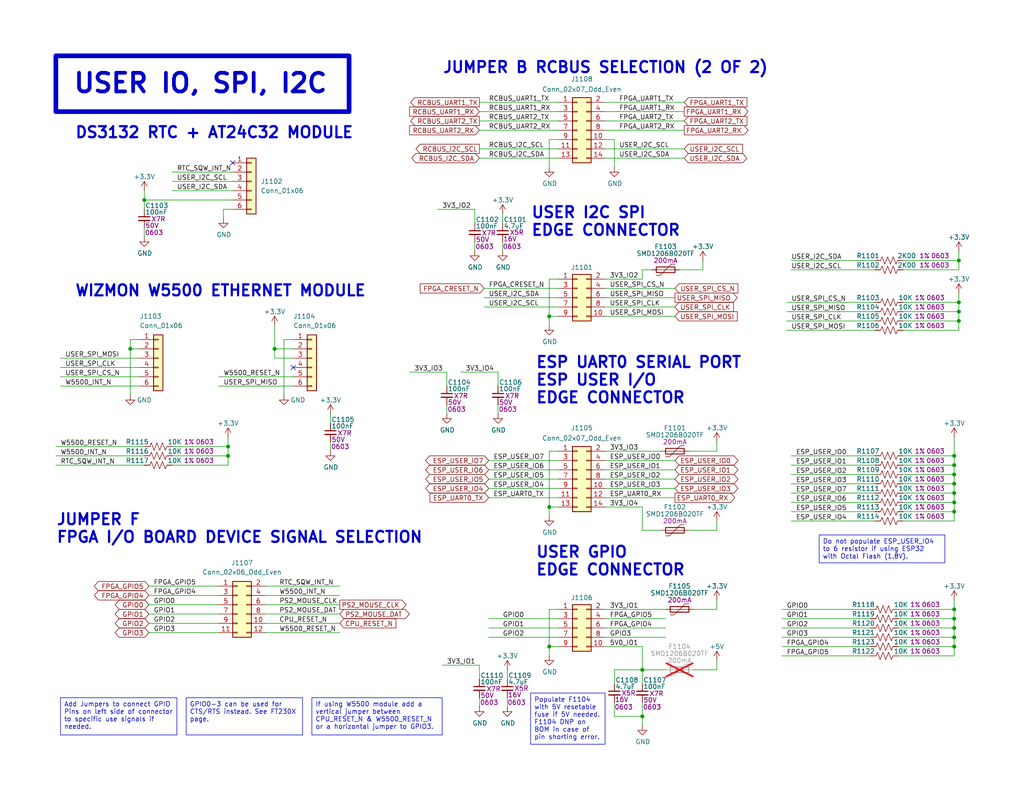
<source format=kicad_sch>
(kicad_sch (version 20231120) (generator "eeschema") (generator_version "8.0")
  (paper "A")
  (title_block (title "PETER") (date "2024-07-29") (rev "0.0") (company "Denno Wiggle") (comment 1 "USER I/O, SPI, I2C, DS3231 RTC & W5500") (comment 2 "Ethernet Modules.RCBUS  Jumper Selection."))
  (lib_symbols
    (symbol "Connector_Generic:Conn_01x06" (pin_names (offset 1.016) hide)
      (property "Reference" "J" (at 0 7.62 0))
      (property "Value" "Conn_01x06" (at 0 -10.16 0))
      (symbol "Conn_01x06_1_1"
        (pin passive line (at -5.08 5.08 0) (length 3.81) (name "Pin_1") (number "1"))
        (pin passive line (at -5.08 2.54 0) (length 3.81) (name "Pin_2") (number "2"))
        (pin passive line (at -5.08 0 0) (length 3.81) (name "Pin_3") (number "3"))
        (pin passive line (at -5.08 -2.54 0) (length 3.81) (name "Pin_4") (number "4"))
        (pin passive line (at -5.08 -5.08 0) (length 3.81) (name "Pin_5") (number "5"))
        (pin passive line (at -5.08 -7.62 0) (length 3.81) (name "Pin_6") (number "6"))
      )
    )
    (symbol "Connector_Generic:Conn_02x05_Odd_Even" (pin_names (offset 1.016) hide)
      (property "Reference" "J" (at 1.27 7.62 0))
      (property "Value" "Conn_02x05_Odd_Even" (at 1.27 -7.62 0))
      (symbol "Conn_02x05_Odd_Even_1_1"
        (pin passive line (at -5.08 5.08 0) (length 3.81) (name "Pin_1") (number "1"))
        (pin passive line (at 7.62 -5.08 180) (length 3.81) (name "Pin_10") (number "10"))
        (pin passive line (at 7.62 5.08 180) (length 3.81) (name "Pin_2") (number "2"))
        (pin passive line (at -5.08 2.54 0) (length 3.81) (name "Pin_3") (number "3"))
        (pin passive line (at 7.62 2.54 180) (length 3.81) (name "Pin_4") (number "4"))
        (pin passive line (at -5.08 0 0) (length 3.81) (name "Pin_5") (number "5"))
        (pin passive line (at 7.62 0 180) (length 3.81) (name "Pin_6") (number "6"))
        (pin passive line (at -5.08 -2.54 0) (length 3.81) (name "Pin_7") (number "7"))
        (pin passive line (at 7.62 -2.54 180) (length 3.81) (name "Pin_8") (number "8"))
        (pin passive line (at -5.08 -5.08 0) (length 3.81) (name "Pin_9") (number "9"))
      )
    )
    (symbol "Connector_Generic:Conn_02x06_Odd_Even" (pin_names (offset 1.016) hide)
      (property "Reference" "J" (at 1.27 7.62 0))
      (property "Value" "Conn_02x06_Odd_Even" (at 1.27 -10.16 0))
      (symbol "Conn_02x06_Odd_Even_1_1"
        (pin passive line (at -5.08 5.08 0) (length 3.81) (name "Pin_1") (number "1"))
        (pin passive line (at 7.62 -5.08 180) (length 3.81) (name "Pin_10") (number "10"))
        (pin passive line (at -5.08 -7.62 0) (length 3.81) (name "Pin_11") (number "11"))
        (pin passive line (at 7.62 -7.62 180) (length 3.81) (name "Pin_12") (number "12"))
        (pin passive line (at 7.62 5.08 180) (length 3.81) (name "Pin_2") (number "2"))
        (pin passive line (at -5.08 2.54 0) (length 3.81) (name "Pin_3") (number "3"))
        (pin passive line (at 7.62 2.54 180) (length 3.81) (name "Pin_4") (number "4"))
        (pin passive line (at -5.08 0 0) (length 3.81) (name "Pin_5") (number "5"))
        (pin passive line (at 7.62 0 180) (length 3.81) (name "Pin_6") (number "6"))
        (pin passive line (at -5.08 -2.54 0) (length 3.81) (name "Pin_7") (number "7"))
        (pin passive line (at 7.62 -2.54 180) (length 3.81) (name "Pin_8") (number "8"))
        (pin passive line (at -5.08 -5.08 0) (length 3.81) (name "Pin_9") (number "9"))
      )
    )
    (symbol "Connector_Generic:Conn_02x07_Odd_Even" (pin_names (offset 1.016) hide)
      (property "Reference" "J" (at 1.27 10.16 0))
      (property "Value" "Conn_02x07_Odd_Even" (at 1.27 -10.16 0))
      (symbol "Conn_02x07_Odd_Even_1_1"
        (pin passive line (at -5.08 7.62 0) (length 3.81) (name "Pin_1") (number "1"))
        (pin passive line (at 7.62 -2.54 180) (length 3.81) (name "Pin_10") (number "10"))
        (pin passive line (at -5.08 -5.08 0) (length 3.81) (name "Pin_11") (number "11"))
        (pin passive line (at 7.62 -5.08 180) (length 3.81) (name "Pin_12") (number "12"))
        (pin passive line (at -5.08 -7.62 0) (length 3.81) (name "Pin_13") (number "13"))
        (pin passive line (at 7.62 -7.62 180) (length 3.81) (name "Pin_14") (number "14"))
        (pin passive line (at 7.62 7.62 180) (length 3.81) (name "Pin_2") (number "2"))
        (pin passive line (at -5.08 5.08 0) (length 3.81) (name "Pin_3") (number "3"))
        (pin passive line (at 7.62 5.08 180) (length 3.81) (name "Pin_4") (number "4"))
        (pin passive line (at -5.08 2.54 0) (length 3.81) (name "Pin_5") (number "5"))
        (pin passive line (at 7.62 2.54 180) (length 3.81) (name "Pin_6") (number "6"))
        (pin passive line (at -5.08 0 0) (length 3.81) (name "Pin_7") (number "7"))
        (pin passive line (at 7.62 0 180) (length 3.81) (name "Pin_8") (number "8"))
        (pin passive line (at -5.08 -2.54 0) (length 3.81) (name "Pin_9") (number "9"))
      )
    )
    (symbol "Device:Polyfuse" (pin_numbers hide) (pin_names (offset 0))
      (property "Reference" "F" (at -2.54 0 90))
      (property "Value" "Polyfuse" (at 2.54 0 90))
      (symbol "Polyfuse_1_1"
        (pin passive line (at 0 3.81 270) (length 1.27) (name "~") (number "1"))
        (pin passive line (at 0 -3.81 90) (length 1.27) (name "~") (number "2"))
      )
    )
    (symbol "WTM:C_100nF_X7R_16V_0805H" (pin_numbers hide) (pin_names (offset 0) hide)
      (property "Reference" "C" (at 0.254 3.556 0))
      (property "Value" "100nF" (at 0.254 1.778 0))
      (property "Dielectric" "X7R" (at 1.905 -0.127 0))
      (property "Voltage" "16V" (at 0.254 -1.905 0))
      (property "Footprint2" "0805H" (at 0.127 -3.81 0))
      (symbol "C_100nF_X7R_16V_0805H_1_1"
        (pin passive line (at 0 2.54 270) (length 2.032) (name "~") (number "1"))
        (pin passive line (at 0 -2.54 90) (length 2.032) (name "~") (number "2"))
      )
    )
    (symbol "WTM:C_10uF_X5R_16V_0805H" (pin_numbers hide) (pin_names (offset 0.254) hide)
      (property "Reference" "C206" (at 0.254 3.556 0))
      (property "Value" "10uF" (at 0.254 1.778 0))
      (property "Dielectric" "X5R" (at 1.905 0.762 0))
      (property "Voltage" "16V" (at 0.127 -1.016 0))
      (property "Footprint2" "0805H" (at 3.302 -3.81 0))
      (symbol "C_10uF_X5R_16V_0805H_1_1"
        (pin passive line (at 0 2.54 270) (length 2.032) (name "~") (number "1"))
        (pin passive line (at 0 -2.54 90) (length 2.032) (name "~") (number "2"))
      )
    )
    (symbol "WTM:R_33R_5%_0805H_Horizontal1" (pin_numbers hide) (pin_names (offset 0))
      (property "Reference" "R" (at -7.62 1.27 0))
      (property "Value" "33R" (at 2.54 1.27 0))
      (property "Tolerance" "5%" (at 2.54 -1.27 0))
      (property "Footprint2" "0805H" (at -8.89 -1.27 0))
      (symbol "R_33R_5%_0805H_Horizontal1_1_1"
        (pin passive line (at -3.81 0 0) (length 1.27) (name "~") (number "1"))
        (pin passive line (at 3.81 0 180) (length 1.27) (name "~") (number "2"))
      )
    )
    (symbol "power:+3.3V" (power) (pin_numbers hide) (pin_names (offset 0) hide)
      (property "Value" "+3.3V" (at 0 3.556 0))
      (symbol "+3.3V_1_1"
        (pin power_in line (at 0 0 90) (length 0) (name "~") (number "1"))
      )
    )
    (symbol "power:+5V" (power) (pin_numbers hide) (pin_names (offset 0) hide)
      (property "Value" "+5V" (at 0 3.556 0))
      (symbol "+5V_1_1"
        (pin power_in line (at 0 0 90) (length 0) (name "~") (number "1"))
      )
    )
    (symbol "power:GND" (power) (pin_numbers hide) (pin_names (offset 0) hide)
      (property "Value" "GND" (at 0 -3.81 0))
      (symbol "GND_1_1"
        (pin power_in line (at 0 0 270) (length 0) (name "~") (number "1"))
      )
    )
  )
  (junction (at 260.35 132.08))
  (junction (at 175.26 182.88))
  (junction (at 35.56 95.25))
  (junction (at 62.23 124.46))
  (junction (at 175.26 195.58))
  (junction (at 261.62 71.12))
  (junction (at 260.35 129.54))
  (junction (at 149.86 86.36))
  (junction (at 260.35 137.16))
  (junction (at 260.35 168.91))
  (junction (at 260.35 166.37))
  (junction (at 260.35 127))
  (junction (at 261.62 85.09))
  (junction (at 149.86 138.43))
  (junction (at 149.86 176.53))
  (junction (at 260.35 134.62))
  (junction (at 74.93 95.25))
  (junction (at 260.35 124.46))
  (junction (at 261.62 82.55))
  (junction (at 260.35 171.45))
  (junction (at 62.23 121.92))
  (junction (at 260.35 176.53))
  (junction (at 260.35 173.99))
  (junction (at 260.35 139.7))
  (junction (at 261.62 87.63))
  (junction (at 39.37 54.61))
  (no_connect (at 80.01 100.33))
  (no_connect (at 63.5 44.45))
  (wire (pts (xy 260.35 134.62) (xy 260.35 137.16)))
  (wire (pts (xy 130.81 181.61) (xy 130.81 185.42)))
  (wire (pts (xy 215.9 124.46) (xy 238.76 124.46)))
  (wire (pts (xy 165.1 130.81) (xy 184.15 130.81)))
  (wire (pts (xy 90.17 113.03) (xy 90.17 115.57)))
  (wire (pts (xy 80.01 97.79) (xy 74.93 97.79)))
  (wire (pts (xy 165.1 35.56) (xy 186.69 35.56)))
  (wire (pts (xy 130.81 27.94) (xy 152.4 27.94)))
  (wire (pts (xy 46.99 121.92) (xy 62.23 121.92)))
  (wire (pts (xy 246.38 124.46) (xy 260.35 124.46)))
  (wire (pts (xy 175.26 73.66) (xy 177.8 73.66)))
  (wire (pts (xy 215.9 137.16) (xy 238.76 137.16)))
  (wire (pts (xy 215.9 127) (xy 238.76 127)))
  (wire (pts (xy 133.35 168.91) (xy 152.4 168.91)))
  (wire (pts (xy 246.38 87.63) (xy 261.62 87.63)))
  (wire (pts (xy 187.96 123.19) (xy 195.58 123.19)))
  (wire (pts (xy 46.99 49.53) (xy 63.5 49.53)))
  (wire (pts (xy 260.35 166.37) (xy 245.11 166.37)))
  (wire (pts (xy 77.47 92.71) (xy 77.47 107.95)))
  (wire (pts (xy 46.99 46.99) (xy 63.5 46.99)))
  (wire (pts (xy 130.81 33.02) (xy 152.4 33.02)))
  (wire (pts (xy 133.35 133.35) (xy 152.4 133.35)))
  (wire (pts (xy 213.36 176.53) (xy 237.49 176.53)))
  (wire (pts (xy 38.1 92.71) (xy 35.56 92.71)))
  (wire (pts (xy 46.99 124.46) (xy 62.23 124.46)))
  (wire (pts (xy 15.24 121.92) (xy 39.37 121.92)))
  (wire (pts (xy 167.64 182.88) (xy 175.26 182.88)))
  (wire (pts (xy 149.86 176.53) (xy 152.4 176.53)))
  (wire (pts (xy 149.86 138.43) (xy 149.86 140.97)))
  (wire (pts (xy 165.1 173.99) (xy 181.61 173.99)))
  (wire (pts (xy 35.56 95.25) (xy 38.1 95.25)))
  (wire (pts (xy 260.35 166.37) (xy 260.35 168.91)))
  (wire (pts (xy 72.39 172.72) (xy 92.71 172.72)))
  (wire (pts (xy 165.1 135.89) (xy 184.15 135.89)))
  (wire (pts (xy 260.35 124.46) (xy 260.35 127)))
  (wire (pts (xy 167.64 195.58) (xy 175.26 195.58)))
  (wire (pts (xy 246.38 85.09) (xy 261.62 85.09)))
  (wire (pts (xy 165.1 33.02) (xy 186.69 33.02)))
  (wire (pts (xy 35.56 95.25) (xy 35.56 107.95)))
  (wire (pts (xy 246.38 90.17) (xy 261.62 90.17)))
  (wire (pts (xy 261.62 71.12) (xy 261.62 73.66)))
  (wire (pts (xy 72.39 165.1) (xy 92.71 165.1)))
  (wire (pts (xy 246.38 134.62) (xy 260.35 134.62)))
  (wire (pts (xy 165.1 38.1) (xy 167.64 38.1)))
  (wire (pts (xy 215.9 132.08) (xy 238.76 132.08)))
  (wire (pts (xy 133.35 125.73) (xy 152.4 125.73)))
  (wire (pts (xy 175.26 76.2) (xy 165.1 76.2)))
  (wire (pts (xy 260.35 127) (xy 260.35 129.54)))
  (wire (pts (xy 46.99 52.07) (xy 63.5 52.07)))
  (wire (pts (xy 260.35 142.24) (xy 246.38 142.24)))
  (wire (pts (xy 260.35 119.38) (xy 260.35 124.46)))
  (wire (pts (xy 133.35 135.89) (xy 152.4 135.89)))
  (wire (pts (xy 40.64 160.02) (xy 59.69 160.02)))
  (wire (pts (xy 35.56 92.71) (xy 35.56 95.25)))
  (wire (pts (xy 72.39 162.56) (xy 92.71 162.56)))
  (wire (pts (xy 133.35 130.81) (xy 152.4 130.81)))
  (wire (pts (xy 165.1 78.74) (xy 184.15 78.74)))
  (wire (pts (xy 74.93 88.9) (xy 74.93 95.25)))
  (wire (pts (xy 261.62 68.58) (xy 261.62 71.12)))
  (wire (pts (xy 175.26 138.43) (xy 175.26 144.78)))
  (wire (pts (xy 77.47 92.71) (xy 80.01 92.71)))
  (wire (pts (xy 165.1 43.18) (xy 186.69 43.18)))
  (wire (pts (xy 133.35 171.45) (xy 152.4 171.45)))
  (wire (pts (xy 261.62 85.09) (xy 261.62 82.55)))
  (wire (pts (xy 121.92 110.49) (xy 121.92 113.03)))
  (wire (pts (xy 165.1 81.28) (xy 184.15 81.28)))
  (wire (pts (xy 40.64 165.1) (xy 59.69 165.1)))
  (wire (pts (xy 59.69 105.41) (xy 80.01 105.41)))
  (wire (pts (xy 213.36 173.99) (xy 237.49 173.99)))
  (wire (pts (xy 133.35 173.99) (xy 152.4 173.99)))
  (wire (pts (xy 165.1 176.53) (xy 175.26 176.53)))
  (wire (pts (xy 149.86 123.19) (xy 152.4 123.19)))
  (wire (pts (xy 16.51 105.41) (xy 38.1 105.41)))
  (wire (pts (xy 165.1 168.91) (xy 181.61 168.91)))
  (wire (pts (xy 40.64 167.64) (xy 59.69 167.64)))
  (wire (pts (xy 175.26 182.88) (xy 175.26 186.69)))
  (wire (pts (xy 149.86 76.2) (xy 149.86 86.36)))
  (wire (pts (xy 149.86 138.43) (xy 152.4 138.43)))
  (wire (pts (xy 40.64 170.18) (xy 59.69 170.18)))
  (wire (pts (xy 137.16 58.42) (xy 137.16 60.96)))
  (wire (pts (xy 260.35 132.08) (xy 260.35 134.62)))
  (wire (pts (xy 246.38 82.55) (xy 261.62 82.55)))
  (wire (pts (xy 260.35 163.83) (xy 260.35 166.37)))
  (wire (pts (xy 213.36 166.37) (xy 237.49 166.37)))
  (wire (pts (xy 133.35 128.27) (xy 152.4 128.27)))
  (wire (pts (xy 260.35 171.45) (xy 260.35 173.99)))
  (wire (pts (xy 59.69 102.87) (xy 80.01 102.87)))
  (wire (pts (xy 165.1 125.73) (xy 184.15 125.73)))
  (wire (pts (xy 39.37 54.61) (xy 39.37 52.07)))
  (wire (pts (xy 63.5 54.61) (xy 39.37 54.61)))
  (wire (pts (xy 149.86 38.1) (xy 149.86 45.72)))
  (wire (pts (xy 165.1 123.19) (xy 180.34 123.19)))
  (wire (pts (xy 152.4 38.1) (xy 149.86 38.1)))
  (wire (pts (xy 129.54 57.15) (xy 129.54 60.96)))
  (wire (pts (xy 260.35 139.7) (xy 260.35 142.24)))
  (wire (pts (xy 129.54 66.04) (xy 129.54 68.58)))
  (wire (pts (xy 260.35 129.54) (xy 260.35 132.08)))
  (wire (pts (xy 138.43 190.5) (xy 138.43 193.04)))
  (wire (pts (xy 260.35 179.07) (xy 245.11 179.07)))
  (wire (pts (xy 246.38 137.16) (xy 260.35 137.16)))
  (wire (pts (xy 135.89 110.49) (xy 135.89 113.03)))
  (wire (pts (xy 175.26 73.66) (xy 175.26 76.2)))
  (wire (pts (xy 215.9 139.7) (xy 238.76 139.7)))
  (wire (pts (xy 260.35 171.45) (xy 245.11 171.45)))
  (wire (pts (xy 191.77 73.66) (xy 185.42 73.66)))
  (wire (pts (xy 214.63 85.09) (xy 238.76 85.09)))
  (wire (pts (xy 62.23 124.46) (xy 62.23 121.92)))
  (wire (pts (xy 260.35 176.53) (xy 245.11 176.53)))
  (wire (pts (xy 180.34 144.78) (xy 175.26 144.78)))
  (wire (pts (xy 215.9 71.12) (xy 238.76 71.12)))
  (wire (pts (xy 39.37 54.61) (xy 39.37 57.15)))
  (wire (pts (xy 125.73 101.6) (xy 135.89 101.6)))
  (wire (pts (xy 149.86 176.53) (xy 149.86 166.37)))
  (wire (pts (xy 260.35 168.91) (xy 260.35 171.45)))
  (wire (pts (xy 165.1 171.45) (xy 181.61 171.45)))
  (wire (pts (xy 260.35 173.99) (xy 260.35 176.53)))
  (wire (pts (xy 149.86 123.19) (xy 149.86 138.43)))
  (wire (pts (xy 165.1 128.27) (xy 184.15 128.27)))
  (wire (pts (xy 130.81 43.18) (xy 152.4 43.18)))
  (wire (pts (xy 15.24 127) (xy 39.37 127)))
  (wire (pts (xy 60.96 59.69) (xy 60.96 57.15)))
  (wire (pts (xy 149.86 86.36) (xy 152.4 86.36)))
  (wire (pts (xy 16.51 100.33) (xy 38.1 100.33)))
  (wire (pts (xy 213.36 171.45) (xy 237.49 171.45)))
  (wire (pts (xy 165.1 30.48) (xy 186.69 30.48)))
  (wire (pts (xy 195.58 123.19) (xy 195.58 120.65)))
  (wire (pts (xy 149.86 179.07) (xy 149.86 176.53)))
  (wire (pts (xy 187.96 144.78) (xy 195.58 144.78)))
  (wire (pts (xy 16.51 102.87) (xy 38.1 102.87)))
  (wire (pts (xy 165.1 166.37) (xy 181.61 166.37)))
  (wire (pts (xy 260.35 168.91) (xy 245.11 168.91)))
  (wire (pts (xy 181.61 182.88) (xy 175.26 182.88)))
  (wire (pts (xy 215.9 129.54) (xy 238.76 129.54)))
  (wire (pts (xy 215.9 73.66) (xy 238.76 73.66)))
  (wire (pts (xy 167.64 191.77) (xy 167.64 195.58)))
  (wire (pts (xy 175.26 176.53) (xy 175.26 182.88)))
  (wire (pts (xy 195.58 180.34) (xy 195.58 182.88)))
  (wire (pts (xy 39.37 62.23) (xy 39.37 64.77)))
  (wire (pts (xy 213.36 179.07) (xy 237.49 179.07)))
  (wire (pts (xy 62.23 119.38) (xy 62.23 121.92)))
  (wire (pts (xy 213.36 168.91) (xy 237.49 168.91)))
  (wire (pts (xy 15.24 124.46) (xy 39.37 124.46)))
  (wire (pts (xy 74.93 95.25) (xy 74.93 97.79)))
  (wire (pts (xy 165.1 27.94) (xy 186.69 27.94)))
  (wire (pts (xy 72.39 160.02) (xy 92.71 160.02)))
  (wire (pts (xy 74.93 95.25) (xy 80.01 95.25)))
  (wire (pts (xy 165.1 86.36) (xy 184.15 86.36)))
  (wire (pts (xy 60.96 57.15) (xy 63.5 57.15)))
  (wire (pts (xy 260.35 137.16) (xy 260.35 139.7)))
  (wire (pts (xy 119.38 57.15) (xy 129.54 57.15)))
  (wire (pts (xy 121.92 101.6) (xy 121.92 105.41)))
  (wire (pts (xy 132.08 83.82) (xy 152.4 83.82)))
  (wire (pts (xy 167.64 186.69) (xy 167.64 182.88)))
  (wire (pts (xy 215.9 142.24) (xy 238.76 142.24)))
  (wire (pts (xy 72.39 167.64) (xy 92.71 167.64)))
  (wire (pts (xy 165.1 83.82) (xy 184.15 83.82)))
  (wire (pts (xy 261.62 90.17) (xy 261.62 87.63)))
  (wire (pts (xy 111.76 101.6) (xy 121.92 101.6)))
  (wire (pts (xy 260.35 173.99) (xy 245.11 173.99)))
  (wire (pts (xy 165.1 133.35) (xy 184.15 133.35)))
  (wire (pts (xy 246.38 132.08) (xy 260.35 132.08)))
  (wire (pts (xy 261.62 82.55) (xy 261.62 80.01)))
  (wire (pts (xy 214.63 87.63) (xy 238.76 87.63)))
  (wire (pts (xy 195.58 166.37) (xy 195.58 163.83)))
  (wire (pts (xy 40.64 162.56) (xy 59.69 162.56)))
  (wire (pts (xy 214.63 82.55) (xy 238.76 82.55)))
  (wire (pts (xy 137.16 66.04) (xy 137.16 68.58)))
  (wire (pts (xy 261.62 71.12) (xy 246.38 71.12)))
  (wire (pts (xy 46.99 127) (xy 62.23 127)))
  (wire (pts (xy 191.77 71.12) (xy 191.77 73.66)))
  (wire (pts (xy 261.62 73.66) (xy 246.38 73.66)))
  (wire (pts (xy 246.38 139.7) (xy 260.35 139.7)))
  (wire (pts (xy 175.26 191.77) (xy 175.26 195.58)))
  (wire (pts (xy 16.51 97.79) (xy 38.1 97.79)))
  (wire (pts (xy 149.86 166.37) (xy 152.4 166.37)))
  (wire (pts (xy 130.81 40.64) (xy 152.4 40.64)))
  (wire (pts (xy 195.58 142.24) (xy 195.58 144.78)))
  (wire (pts (xy 189.23 166.37) (xy 195.58 166.37)))
  (wire (pts (xy 138.43 182.88) (xy 138.43 185.42)))
  (wire (pts (xy 246.38 127) (xy 260.35 127)))
  (wire (pts (xy 175.26 195.58) (xy 175.26 198.12)))
  (wire (pts (xy 261.62 87.63) (xy 261.62 85.09)))
  (wire (pts (xy 62.23 127) (xy 62.23 124.46)))
  (wire (pts (xy 130.81 190.5) (xy 130.81 193.04)))
  (wire (pts (xy 165.1 138.43) (xy 175.26 138.43)))
  (wire (pts (xy 130.81 30.48) (xy 152.4 30.48)))
  (wire (pts (xy 130.81 35.56) (xy 152.4 35.56)))
  (wire (pts (xy 165.1 40.64) (xy 186.69 40.64)))
  (wire (pts (xy 152.4 76.2) (xy 149.86 76.2)))
  (wire (pts (xy 214.63 90.17) (xy 238.76 90.17)))
  (wire (pts (xy 132.08 78.74) (xy 152.4 78.74)))
  (wire (pts (xy 135.89 101.6) (xy 135.89 105.41)))
  (wire (pts (xy 132.08 81.28) (xy 152.4 81.28)))
  (wire (pts (xy 40.64 172.72) (xy 59.69 172.72)))
  (wire (pts (xy 149.86 86.36) (xy 149.86 88.9)))
  (wire (pts (xy 260.35 176.53) (xy 260.35 179.07)))
  (wire (pts (xy 189.23 182.88) (xy 195.58 182.88)))
  (wire (pts (xy 167.64 38.1) (xy 167.64 45.72)))
  (wire (pts (xy 72.39 170.18) (xy 92.71 170.18)))
  (wire (pts (xy 246.38 129.54) (xy 260.35 129.54)))
  (wire (pts (xy 215.9 134.62) (xy 238.76 134.62)))
  (wire (pts (xy 90.17 120.65) (xy 90.17 123.19)))
  (wire (pts (xy 120.65 181.61) (xy 130.81 181.61)))
  (text_box "GPIO0-3 can be used for CTS/RTS instead. See FT230X page." (at 50.8 190.5 0) (size 31.75 10.16) (effects (font (size 1.27 1.27)) (justify left top)))
  (text_box "Populate F1104 with 5V resetable fuse if 5V needed.\nF1104 DNP on BOM in case of pin shorting error.\n" (at 144.78 189.23 0) (size 20.32 13.97) (effects (font (size 1.27 1.27)) (justify left top)))
  (text_box "USER IO, SPI, I2C\n\n" (at 15.24 15.24 0) (size 80.01 15.24) (stroke (width 1.27)) (effects (font (size 5.08 5.08) (thickness 1.016) (bold yes)) (justify left top)))
  (text_box "Add Jumpers to connect GPIO Pins on left side of connector to specific use signals if needed." (at 16.51 190.5 0) (size 31.75 10.16) (effects (font (size 1.27 1.27)) (justify left top)))
  (text_box "Do not populate ESP_USER_IO4 to 6 resistor if using ESP32 with Octal Flash (1.8V)." (at 223.52 146.05 0) (size 34.29 7.62) (effects (font (size 1.27 1.27)) (justify left top)))
  (text_box "If using W5500 module add a vertical jumper between CPU_RESET_N & W5500_RESET_N or a horizontal jumper to GPIO3." (at 85.09 190.5 0) (size 35.56 10.16) (effects (font (size 1.27 1.27)) (justify left top)))
  (text "WIZMON W5500 ETHERNET MODULE" (at 20.32 81.28 0) (effects (font (size 2.9972 2.9972) (thickness 0.5994) (bold yes)) (justify left bottom)))
  (text "DS3132 RTC + AT24C32 MODULE" (at 20.32 38.1 0) (effects (font (size 2.9972 2.9972) (thickness 0.5994) (bold yes)) (justify left bottom)))
  (text "JUMPER B RCBUS SELECTION (2 OF 2)" (at 120.65 20.32 0) (effects (font (size 2.9972 2.9972) (thickness 0.5994) (bold yes)) (justify left bottom)))
  (text "USER I2C SPI\nEDGE CONNECTOR" (at 144.78 64.77 0) (effects (font (size 2.9972 2.9972) (thickness 0.5994) (bold yes)) (justify left bottom)))
  (text "ESP UART0 SERIAL PORT\nESP USER I/O\nEDGE CONNECTOR" (at 146.05 110.49 0) (effects (font (size 2.9972 2.9972) (thickness 0.5994) (bold yes)) (justify left bottom)))
  (text "USER GPIO\nEDGE CONNECTOR" (at 146.05 157.48 0) (effects (font (size 2.9972 2.9972) (thickness 0.5994) (bold yes)) (justify left bottom)))
  (text "JUMPER F\nFPGA I/O BOARD DEVICE SIGNAL SELECTION" (at 15.24 148.59 0) (effects (font (size 2.9972 2.9972) (thickness 0.5994) (bold yes)) (justify left bottom)))
  (label "3V3_IO2" (at 166.37 76.2 0))
  (label "ESP_USER_IO5" (at 217.17 139.7 0))
  (label "ESP_USER_IO5" (at 134.62 130.81 0))
  (label "ESP_USER_IO2" (at 166.37 130.81 0))
  (label "PS2_MOUSE_DAT" (at 76.2 167.64 0))
  (label "ESP_USER_IO0" (at 166.37 125.73 0))
  (label "ESP_USER_IO2" (at 217.17 129.54 0))
  (label "GPIO1" (at 41.91 167.64 0))
  (label "PS2_MOUSE_CLK" (at 76.2 165.1 0))
  (label "FPGA_UART2_RX" (at 168.91 35.56 0))
  (label "USER_I2C_SDA" (at 48.26 52.07 0))
  (label "USER_SPI_CLK" (at 215.9 87.63 0))
  (label "GPIO3" (at 41.91 172.72 0))
  (label "USER_I2C_SDA" (at 168.91 43.18 0))
  (label "USER_SPI_MISO" (at 60.96 105.41 0))
  (label "ESP_USER_IO7" (at 134.62 125.73 0))
  (label "ESP_USER_IO3" (at 217.17 132.08 0))
  (label "ESP_UART0_RX" (at 166.37 135.89 0))
  (label "RCBUS_I2C_SDA" (at 133.35 43.18 0))
  (label "USER_SPI_MISO" (at 215.9 85.09 0))
  (label "3V3_IO1" (at 166.37 166.37 0))
  (label "ESP_USER_IO3" (at 166.37 133.35 0))
  (label "USER_I2C_SCL" (at 215.9 73.66 0))
  (label "GPIO0" (at 41.91 165.1 0))
  (label "RCBUS_I2C_SCL" (at 133.35 40.64 0))
  (label "FPGA_GPIO5" (at 41.91 160.02 0))
  (label "W5500_RESET_N" (at 76.2 172.72 0))
  (label "FPGA_GPIO4" (at 166.37 171.45 0))
  (label "RCBUS_UART1_TX" (at 133.35 27.94 0))
  (label "3V3_IO2" (at 120.65 57.15 0))
  (label "GPIO1" (at 137.16 171.45 0))
  (label "FPGA_UART1_RX" (at 168.91 30.48 0))
  (label "3V3_IO4" (at 127 101.6 0))
  (label "ESP_USER_IO1" (at 166.37 128.27 0))
  (label "USER_SPI_MOSI" (at 166.37 86.36 0))
  (label "USER_SPI_CLK" (at 166.37 83.82 0))
  (label "USER_I2C_SCL" (at 48.26 49.53 0))
  (label "FPGA_CRESET_N" (at 133.35 78.74 0))
  (label "CPU_RESET_N" (at 76.2 170.18 0))
  (label "GPIO1" (at 214.63 168.91 0))
  (label "ESP_USER_IO7" (at 217.17 134.62 0))
  (label "GPIO0" (at 214.63 166.37 0))
  (label "GPIO0" (at 137.16 168.91 0))
  (label "RCBUS_UART2_TX" (at 133.35 33.02 0))
  (label "W5500_INT_N" (at 76.2 162.56 0))
  (label "W5500_INT_N" (at 16.51 124.46 0))
  (label "RTC_SQW_INT_N" (at 48.26 46.99 0))
  (label "GPIO3" (at 214.63 173.99 0))
  (label "ESP_USER_IO4" (at 217.17 142.24 0))
  (label "GPIO2" (at 137.16 173.99 0))
  (label "RTC_SQW_INT_N" (at 16.51 127 0))
  (label "GPIO2" (at 214.63 171.45 0))
  (label "USER_I2C_SDA" (at 215.9 71.12 0))
  (label "ESP_USER_IO0" (at 217.17 124.46 0))
  (label "ESP_USER_IO1" (at 217.17 127 0))
  (label "FPGA_GPIO5" (at 166.37 168.91 0))
  (label "ESP_USER_IO4" (at 134.62 133.35 0))
  (label "FPGA_GPIO4" (at 214.63 176.53 0))
  (label "GPIO3" (at 166.37 173.99 0))
  (label "ESP_USER_IO6" (at 217.17 137.16 0))
  (label "ESP_USER_IO6" (at 134.62 128.27 0))
  (label "3V3_IO3" (at 166.37 123.19 0))
  (label "3V3_IO4" (at 166.37 138.43 0))
  (label "RCBUS_UART1_RX" (at 133.35 30.48 0))
  (label "USER_SPI_CS_N" (at 166.37 78.74 0))
  (label "USER_SPI_CS_N" (at 17.78 102.87 0))
  (label "W5500_RESET_N" (at 16.51 121.92 0))
  (label "RCBUS_UART2_RX" (at 133.35 35.56 0))
  (label "W5500_INT_N" (at 17.78 105.41 0))
  (label "USER_I2C_SCL" (at 168.91 40.64 0))
  (label "FPGA_UART1_TX" (at 168.91 27.94 0))
  (label "RTC_SQW_INT_N" (at 76.2 160.02 0))
  (label "USER_SPI_MOSI" (at 17.78 97.79 0))
  (label "5V0_IO1" (at 166.37 176.53 0))
  (label "W5500_RESET_N" (at 60.96 102.87 0))
  (label "FPGA_GPIO5" (at 214.63 179.07 0))
  (label "USER_I2C_SDA" (at 133.35 81.28 0))
  (label "3V3_IO1" (at 121.92 181.61 0))
  (label "USER_SPI_MOSI" (at 215.9 90.17 0))
  (label "USER_SPI_MISO" (at 166.37 81.28 0))
  (label "USER_SPI_CS_N" (at 215.9 82.55 0))
  (label "GPIO2" (at 41.91 170.18 0))
  (label "USER_SPI_CLK" (at 17.78 100.33 0))
  (label "FPGA_UART2_TX" (at 168.91 33.02 0))
  (label "FPGA_GPIO4" (at 41.91 162.56 0))
  (label "3V3_IO3" (at 113.03 101.6 0))
  (label "ESP_UART0_TX" (at 134.62 135.89 0))
  (label "USER_I2C_SCL" (at 133.35 83.82 0))
  (global_label "CPU_RESET_N" (shape input) (at 92.71 170.18 0) (property "Intersheetrefs" "${INTERSHEET_REFS}" (at 109.22 170.18 0) (effects (justify left))))
  (global_label "USER_SPI_CS_N" (shape input) (at 184.15 78.74 0) (property "Intersheetrefs" "${INTERSHEET_REFS}" (at 200.66 78.74 0) (effects (justify left))))
  (global_label "USER_SPI_MISO" (shape output) (at 184.15 81.28 0) (property "Intersheetrefs" "${INTERSHEET_REFS}" (at 201.4367 81.28 0) (effects (justify left))))
  (global_label "ESP_UART0_RX" (shape output) (at 184.15 135.89 0) (property "Intersheetrefs" "${INTERSHEET_REFS}" (at 205.74 135.89 0) (effects (justify right))))
  (global_label "ESP_UART0_TX" (shape input) (at 133.35 135.89 180) (property "Intersheetrefs" "${INTERSHEET_REFS}" (at 113.03 135.89 0) (effects (justify left))))
  (global_label "RCBUS_I2C_SDA" (shape bidirectional) (at 130.81 43.18 180) (property "Intersheetrefs" "${INTERSHEET_REFS}" (at 110.49 43.18 0) (effects (justify left))))
  (global_label "ESP_USER_IO0" (shape bidirectional) (at 184.15 125.73 0) (property "Intersheetrefs" "${INTERSHEET_REFS}" (at 204.47 125.73 0) (effects (justify right))))
  (global_label "FPGA_CRESET_N" (shape input) (at 132.08 78.74 180) (property "Intersheetrefs" "${INTERSHEET_REFS}" (at 114.37 78.74 0) (effects (justify right))))
  (global_label "USER_SPI_MOSI" (shape input) (at 184.15 86.36 0) (property "Intersheetrefs" "${INTERSHEET_REFS}" (at 200.66 86.36 0) (effects (justify left))))
  (global_label "ESP_USER_IO5" (shape bidirectional) (at 133.35 130.81 180) (property "Intersheetrefs" "${INTERSHEET_REFS}" (at 115.57 130.81 0) (effects (justify right))))
  (global_label "GPIO3" (shape bidirectional) (at 40.64 172.72 180) (property "Intersheetrefs" "${INTERSHEET_REFS}" (at 26.67 172.72 0) (effects (justify right))))
  (global_label "PS2_MOUSE_CLK" (shape output) (at 92.71 165.1 0) (property "Intersheetrefs" "${INTERSHEET_REFS}" (at 111.0852 165.1 0) (effects (justify left))))
  (global_label "ESP_USER_IO1" (shape bidirectional) (at 184.15 128.27 0) (property "Intersheetrefs" "${INTERSHEET_REFS}" (at 204.47 128.27 0) (effects (justify right))))
  (global_label "RCBUS_UART1_TX" (shape output) (at 130.81 27.94 180) (property "Intersheetrefs" "${INTERSHEET_REFS}" (at 110.49 27.94 0) (effects (justify right))))
  (global_label "ESP_USER_IO6" (shape bidirectional) (at 133.35 128.27 180) (property "Intersheetrefs" "${INTERSHEET_REFS}" (at 115.57 128.27 0) (effects (justify right))))
  (global_label "GPIO0" (shape bidirectional) (at 40.64 165.1 180) (property "Intersheetrefs" "${INTERSHEET_REFS}" (at 26.67 165.1 0) (effects (justify right))))
  (global_label "ESP_USER_IO4" (shape bidirectional) (at 133.35 133.35 180) (property "Intersheetrefs" "${INTERSHEET_REFS}" (at 115.57 133.35 0) (effects (justify right))))
  (global_label "FPGA_UART2_TX" (shape input) (at 186.69 33.02 0) (property "Intersheetrefs" "${INTERSHEET_REFS}" (at 204.0977 33.02 0) (effects (justify left))))
  (global_label "ESP_USER_IO7" (shape bidirectional) (at 133.35 125.73 180) (property "Intersheetrefs" "${INTERSHEET_REFS}" (at 115.57 125.73 0) (effects (justify right))))
  (global_label "ESP_USER_IO3" (shape bidirectional) (at 184.15 133.35 0) (property "Intersheetrefs" "${INTERSHEET_REFS}" (at 204.47 133.35 0) (effects (justify right))))
  (global_label "PS2_MOUSE_DAT" (shape bidirectional) (at 92.71 167.64 0) (property "Intersheetrefs" "${INTERSHEET_REFS}" (at 110.49 167.64 0) (effects (justify left))))
  (global_label "USER_I2C_SCL" (shape input) (at 186.69 40.64 0) (property "Intersheetrefs" "${INTERSHEET_REFS}" (at 204.47 40.64 0) (effects (justify left))))
  (global_label "ESP_USER_IO2" (shape bidirectional) (at 184.15 130.81 0) (property "Intersheetrefs" "${INTERSHEET_REFS}" (at 204.47 130.81 0) (effects (justify right))))
  (global_label "RCBUS_UART1_RX" (shape input) (at 130.81 30.48 180) (property "Intersheetrefs" "${INTERSHEET_REFS}" (at 111.4671 30.48 0) (effects (justify right))))
  (global_label "FPGA_UART2_RX" (shape output) (at 186.69 35.56 0) (property "Intersheetrefs" "${INTERSHEET_REFS}" (at 209.55 35.56 0) (effects (justify right))))
  (global_label "FPGA_GPIO4" (shape bidirectional) (at 40.64 162.56 180) (property "Intersheetrefs" "${INTERSHEET_REFS}" (at 25.4789 162.56 0) (effects (justify right))))
  (global_label "USER_SPI_CLK" (shape input) (at 184.15 83.82 0) (property "Intersheetrefs" "${INTERSHEET_REFS}" (at 200.4086 83.82 0) (effects (justify left))))
  (global_label "GPIO2" (shape bidirectional) (at 40.64 170.18 180) (property "Intersheetrefs" "${INTERSHEET_REFS}" (at 26.67 170.18 0) (effects (justify right))))
  (global_label "RCBUS_I2C_SCL" (shape output) (at 130.81 40.64 180) (property "Intersheetrefs" "${INTERSHEET_REFS}" (at 109.22 40.64 0) (effects (justify left))))
  (global_label "FPGA_UART1_RX" (shape output) (at 186.69 30.48 0) (property "Intersheetrefs" "${INTERSHEET_REFS}" (at 209.55 30.48 0) (effects (justify right))))
  (global_label "GPIO1" (shape bidirectional) (at 40.64 167.64 180) (property "Intersheetrefs" "${INTERSHEET_REFS}" (at 26.67 167.64 0) (effects (justify right))))
  (global_label "RCBUS_UART2_TX" (shape output) (at 130.81 33.02 180) (property "Intersheetrefs" "${INTERSHEET_REFS}" (at 110.49 33.02 0) (effects (justify right))))
  (global_label "RCBUS_UART2_RX" (shape input) (at 130.81 35.56 180) (property "Intersheetrefs" "${INTERSHEET_REFS}" (at 111.4671 35.56 0) (effects (justify right))))
  (global_label "USER_I2C_SDA" (shape bidirectional) (at 186.69 43.18 0) (property "Intersheetrefs" "${INTERSHEET_REFS}" (at 204.47 43.18 0) (effects (justify left))))
  (global_label "FPGA_UART1_TX" (shape input) (at 186.69 27.94 0) (property "Intersheetrefs" "${INTERSHEET_REFS}" (at 208.28 27.94 0) (effects (justify right))))
  (global_label "FPGA_GPIO5" (shape bidirectional) (at 40.64 160.02 180) (property "Intersheetrefs" "${INTERSHEET_REFS}" (at 25.4789 160.02 0) (effects (justify right))))
  (symbol (lib_id "power:+3.3V") (at 137.16 58.42 0) (unit 1)
    (property "Reference" "#PWR01105" (effects (hide yes)))
    (property "Value" "+3.3V" (at 137.16 54.61 0))
  )
  (symbol (lib_id "WTM:R_33R_5%_0805H_Horizontal1") (at 241.3 179.07 0) (unit 1)
    (property "Reference" "R1122" (at 232.41 177.8 0) (effects (justify left)))
    (property "Value" "10K" (at 243.84 177.8 0) (effects (justify left)))
    (property "Footprint" "Resistor_SMD:R_0603_1608Metric" (effects (hide yes)))
    (property "Datasheet" "https://www.yageo.com/upload/media/product/productsearch/datasheet/rchip/PYu-RC_Group_51_RoHS_L_12.pdf" (effects (hide yes)))
    (property "Description" "RES 10K OHM 1% 1/10W 0603" (effects (hide yes)))
    (property "Tolerance" "1%" (at 248.285 177.8 0) (effects (justify left)))
    (property "Footprint2" "0603" (at 251.46 177.8 0) (effects (justify left)))
    (property "MPN" "RC0603FR-0710KL" (effects (hide yes)))
    (property "Manufacturer" "Yaego" (effects (hide yes)))
    (property "Digikey" "311-10.0KHRCT-ND" (effects (hide yes)))
    (property "LCSC Part #" "C98220" (effects (hide yes)))
  )
  (symbol (lib_id "Connector_Generic:Conn_01x06") (at 85.09 97.79 0) (unit 1)
    (property "Reference" "J1104" (at 80.01 86.36 0) (effects (justify left)))
    (property "Value" "Conn_01x06" (at 80.01 88.9 0) (effects (justify left)))
    (property "Footprint" "Connector_PinSocket_2.54mm:PinSocket_1x06_P2.54mm_Vertical" (effects (hide yes)))
    (property "Datasheet" "https://cdn.amphenol-cs.com/media/wysiwyg/files/drawing/75915.pdf" (effects (hide yes)))
    (property "Description" "CONN RCPT 6POS 0.1 GOLD PCB" (effects (hide yes)))
    (property "Digikey" "609-3558-ND" (effects (hide yes)))
    (property "MPN" "75915-306LF" (effects (hide yes)))
    (property "Manufacturer" "Amphenol ICC (FCI)" (effects (hide yes)))
  )
  (symbol (lib_id "power:+3.3V") (at 39.37 52.07 0) (unit 1)
    (property "Reference" "#PWR01109" (effects (hide yes)))
    (property "Value" "+3.3V" (at 39.37 48.26 0))
  )
  (symbol (lib_id "WTM:R_33R_5%_0805H_Horizontal1") (at 242.57 137.16 0) (unit 1)
    (property "Reference" "R1112" (at 233.68 135.89 0) (effects (justify left)))
    (property "Value" "10K" (at 245.11 135.89 0) (effects (justify left)))
    (property "Footprint" "Resistor_SMD:R_0603_1608Metric" (effects (hide yes)))
    (property "Datasheet" "https://www.yageo.com/upload/media/product/productsearch/datasheet/rchip/PYu-RC_Group_51_RoHS_L_12.pdf" (effects (hide yes)))
    (property "Description" "RES 10K OHM 1% 1/10W 0603" (effects (hide yes)))
    (property "Tolerance" "1%" (at 249.555 135.89 0) (effects (justify left)))
    (property "Footprint2" "0603" (at 252.73 135.89 0) (effects (justify left)))
    (property "MPN" "RC0603FR-0710KL" (effects (hide yes)))
    (property "Manufacturer" "Yaego" (effects (hide yes)))
    (property "Digikey" "311-10.0KHRCT-ND" (effects (hide yes)))
    (property "LCSC Part #" "C98220" (effects (hide yes)))
  )
  (symbol (lib_id "WTM:C_100nF_X7R_16V_0805H") (at 175.26 189.23 0) (unit 1)
    (property "Reference" "C1107" (at 175.514 185.674 0) (effects (justify left)))
    (property "Value" "100nF" (at 175.514 187.452 0) (effects (justify left)))
    (property "Footprint" "Capacitor_SMD:C_0603_1608Metric" (effects (hide yes)))
    (property "Datasheet" "https://www.yageo.com/upload/media/product/productsearch/datasheet/mlcc/UPY-GPHC_X7R_6.3V-to-250V_22.pdf" (effects (hide yes)))
    (property "Description" "CAP CER 0.1UF 50V X7R 0603" (effects (hide yes)))
    (property "Digikey" "311-1344-1-ND" (effects (hide yes)))
    (property "Dielectric" "X7R" (at 177.165 189.357 0) (effects (justify left)))
    (property "Voltage" "50V" (at 175.514 191.135 0) (effects (justify left)))
    (property "MPN" "CC0603KRX7R9BB104" (effects (hide yes)))
    (property "Manufacturer" "YAGEO" (effects (hide yes)))
    (property "Footprint2" "0603" (at 175.387 193.04 0) (effects (justify left)))
    (property "Tolerance" "10%" (effects (hide yes)))
    (property "LCSC Part #" "C14663" (effects (hide yes)))
  )
  (symbol (lib_id "power:GND") (at 35.56 107.95 0) (unit 1)
    (property "Reference" "#PWR01118" (effects (hide yes)))
    (property "Value" "GND" (at 39.37 109.22 0))
  )
  (symbol (lib_id "WTM:C_10uF_X5R_16V_0805H") (at 137.16 63.5 0) (unit 1)
    (property "Reference" "C1101" (at 137.414 59.944 0) (effects (justify left)))
    (property "Value" "4.7uF" (at 137.414 61.722 0) (effects (justify left)))
    (property "Footprint" "Capacitor_SMD:C_0603_1608Metric" (effects (hide yes)))
    (property "Datasheet" "https://mm.digikey.com/Volume0/opasdata/d220001/medias/docus/2328/CL10A475KO8NNNC_Spec.pdf" (effects (hide yes)))
    (property "Description" "CAP CER 4.7UF 16V X5R 0603" (effects (hide yes)))
    (property "Digikey" "1276-1784-1-ND" (effects (hide yes)))
    (property "Dielectric" "X5R" (at 139.065 62.738 0) (effects (justify left top)))
    (property "Voltage" "16V" (at 137.287 64.516 0) (effects (justify left top)))
    (property "Footprint2" "0603" (at 137.16 67.31 0) (effects (justify left)))
    (property "MPN" "CL10A475KO8NNNC" (effects (hide yes)))
    (property "Manufacturer" "Yaego" (effects (hide yes)))
    (property "Tolerance" "10%" (effects (hide yes)))
    (property "LCSC Part #" "C19666" (effects (hide yes)))
  )
  (symbol (lib_id "Device:Polyfuse") (at 185.42 182.88 90) (unit 1) (dnp yes)
    (property "Reference" "F1104" (at 185.42 176.53 90))
    (property "Value" "SMD1206B020TF" (at 185.42 178.435 90))
    (property "Footprint" "Resistor_SMD:R_1206_3216Metric_Pad1.30x1.75mm_HandSolder" (effects (hide yes)))
    (property "Datasheet" "https://www.yageo.com/upload/media/product/productsearch/datasheet/cpc/pptc/SMD1206_1.pdf" (effects (hide yes)))
    (property "Description" "PTC RESET FUSE 24V 200MA 1206" (effects (hide yes)))
    (property "MPN" "SMD1206B020TF/24" (effects (hide yes)))
    (property "Manufacturer" "YAGEO" (effects (hide yes)))
    (property "Digikey" "13-SMD1206B020TF/24CT-ND" (effects (hide yes)))
    (property "LCSC Part #" "C269111" (effects (hide yes)))
    (property "Current" "200mA" (at 185.42 180.34 90))
  )
  (symbol (lib_id "power:GND") (at 137.16 68.58 0) (unit 1)
    (property "Reference" "#PWR01104" (effects (hide yes)))
    (property "Value" "GND" (at 137.287 72.9742 0))
  )
  (symbol (lib_id "power:+3.3V") (at 62.23 119.38 0) (unit 1)
    (property "Reference" "#PWR01123" (effects (hide yes)))
    (property "Value" "+3.3V" (at 62.23 115.57 0))
  )
  (symbol (lib_id "power:+5V") (at 195.58 180.34 0) (unit 1)
    (property "Reference" "#PWR01125" (effects (hide yes)))
    (property "Value" "+5V" (at 195.58 176.53 0))
  )
  (symbol (lib_id "WTM:R_33R_5%_0805H_Horizontal1") (at 242.57 90.17 0) (unit 1)
    (property "Reference" "R1106" (at 233.68 88.9 0) (effects (justify left)))
    (property "Value" "10K" (at 245.11 88.9 0) (effects (justify left)))
    (property "Footprint" "Resistor_SMD:R_0603_1608Metric" (effects (hide yes)))
    (property "Datasheet" "https://www.yageo.com/upload/media/product/productsearch/datasheet/rchip/PYu-RC_Group_51_RoHS_L_12.pdf" (effects (hide yes)))
    (property "Description" "RES 10K OHM 1% 1/10W 0603" (effects (hide yes)))
    (property "Tolerance" "1%" (at 249.555 88.9 0) (effects (justify left)))
    (property "Footprint2" "0603" (at 252.73 88.9 0) (effects (justify left)))
    (property "MPN" "RC0603FR-0710KL" (effects (hide yes)))
    (property "Manufacturer" "Yaego" (effects (hide yes)))
    (property "Digikey" "311-10.0KHRCT-ND" (effects (hide yes)))
    (property "LCSC Part #" "C98220" (effects (hide yes)))
  )
  (symbol (lib_id "WTM:R_33R_5%_0805H_Horizontal1") (at 242.57 85.09 0) (unit 1)
    (property "Reference" "R1104" (at 233.68 83.82 0) (effects (justify left)))
    (property "Value" "10K" (at 245.11 83.82 0) (effects (justify left)))
    (property "Footprint" "Resistor_SMD:R_0603_1608Metric" (effects (hide yes)))
    (property "Datasheet" "https://www.yageo.com/upload/media/product/productsearch/datasheet/rchip/PYu-RC_Group_51_RoHS_L_12.pdf" (effects (hide yes)))
    (property "Description" "RES 10K OHM 1% 1/10W 0603" (effects (hide yes)))
    (property "Tolerance" "1%" (at 249.555 83.82 0) (effects (justify left)))
    (property "Footprint2" "0603" (at 252.73 83.82 0) (effects (justify left)))
    (property "MPN" "RC0603FR-0710KL" (effects (hide yes)))
    (property "Manufacturer" "Yaego" (effects (hide yes)))
    (property "Digikey" "311-10.0KHRCT-ND" (effects (hide yes)))
    (property "LCSC Part #" "C98220" (effects (hide yes)))
  )
  (symbol (lib_id "power:+3.3V") (at 260.35 163.83 0) (unit 1)
    (property "Reference" "#PWR01128" (effects (hide yes)))
    (property "Value" "+3.3V" (at 260.35 160.02 0))
  )
  (symbol (lib_id "WTM:R_33R_5%_0805H_Horizontal1") (at 242.57 71.12 0) (unit 1)
    (property "Reference" "R1101" (at 233.68 69.85 0) (effects (justify left)))
    (property "Value" "2K00" (at 244.856 69.85 0) (effects (justify left)))
    (property "Footprint" "Resistor_SMD:R_0603_1608Metric" (effects (hide yes)))
    (property "Datasheet" "https://www.yageo.com/upload/media/product/productsearch/datasheet/rchip/PYu-RC_Group_51_RoHS_L_12.pdf" (effects (hide yes)))
    (property "Description" "RES 2K OHM 1% 1/10W 0603" (effects (hide yes)))
    (property "Tolerance" "1%" (at 250.825 69.85 0) (effects (justify left)))
    (property "Footprint2" "0603" (at 254 69.85 0) (effects (justify left)))
    (property "MPN" "RC0603FR-072KL" (effects (hide yes)))
    (property "Manufacturer" "Yaego" (effects (hide yes)))
    (property "Digikey" "311-2.00KHRCT-ND" (effects (hide yes)))
    (property "LCSC Part #" "C105576" (effects (hide yes)))
  )
  (symbol (lib_id "power:+3.3V") (at 90.17 113.03 0) (unit 1)
    (property "Reference" "#PWR01120" (effects (hide yes)))
    (property "Value" "+3.3V" (at 90.17 109.22 0))
  )
  (symbol (lib_id "Connector_Generic:Conn_01x06") (at 68.58 49.53 0) (unit 1)
    (property "Reference" "J1102" (at 71.12 49.53 0) (effects (justify left)))
    (property "Value" "Conn_01x06" (at 71.12 52.07 0) (effects (justify left)))
    (property "Footprint" "Connector_PinSocket_2.54mm:PinSocket_1x06_P2.54mm_Vertical" (effects (hide yes)))
    (property "Datasheet" "https://cdn.amphenol-cs.com/media/wysiwyg/files/drawing/75915.pdf" (effects (hide yes)))
    (property "Description" "CONN RCPT 6POS 0.1 GOLD PCB" (effects (hide yes)))
    (property "Digikey" "609-3558-ND" (effects (hide yes)))
    (property "MPN" "75915-306LF" (effects (hide yes)))
    (property "Manufacturer" "Amphenol ICC (FCI)" (effects (hide yes)))
  )
  (symbol (lib_id "power:GND") (at 149.86 45.72 0) (unit 1)
    (property "Reference" "#PWR01137" (effects (hide yes)))
    (property "Value" "GND" (at 149.987 50.1142 0))
  )
  (symbol (lib_id "Connector_Generic:Conn_02x06_Odd_Even") (at 64.77 165.1 0) (unit 1)
    (property "Reference" "J1107" (at 66.04 153.67 0))
    (property "Value" "Conn_02x06_Odd_Even" (at 66.04 156.21 0))
    (property "Footprint" "Connector_PinHeader_2.54mm:PinHeader_2x06_P2.54mm_Vertical" (effects (hide yes)))
    (property "Datasheet" "https://app.adam-tech.com/products/download/data_sheet/202065/ph2-xx-ua-data-sheet.pdf" (effects (hide yes)))
    (property "Description" "CONN HEADER VERT 12POS 2.54MM" (effects (hide yes)))
    (property "Digikey" "2057-PH2-12-UA-ND" (effects (hide yes)))
    (property "Manufacturer" "Adam Tech" (effects (hide yes)))
    (property "MPN" "PH2-12-UA" (effects (hide yes)))
  )
  (symbol (lib_id "power:GND") (at 149.86 179.07 0) (unit 1)
    (property "Reference" "#PWR01129" (effects (hide yes)))
    (property "Value" "GND" (at 149.987 183.4642 0))
  )
  (symbol (lib_id "power:+3.3V") (at 195.58 120.65 0) (unit 1)
    (property "Reference" "#PWR01116" (effects (hide yes)))
    (property "Value" "+3.3V" (at 195.58 116.84 0))
  )
  (symbol (lib_id "WTM:R_33R_5%_0805H_Horizontal1") (at 43.18 127 0) (unit 1)
    (property "Reference" "R1117" (at 34.29 125.73 0) (effects (justify left)))
    (property "Value" "10K" (at 45.72 125.73 0) (effects (justify left)))
    (property "Footprint" "Resistor_SMD:R_0603_1608Metric" (effects (hide yes)))
    (property "Datasheet" "https://www.yageo.com/upload/media/product/productsearch/datasheet/rchip/PYu-RC_Group_51_RoHS_L_12.pdf" (effects (hide yes)))
    (property "Description" "RES 10K OHM 1% 1/10W 0603" (effects (hide yes)))
    (property "Tolerance" "1%" (at 50.165 125.73 0) (effects (justify left)))
    (property "Footprint2" "0603" (at 53.34 125.73 0) (effects (justify left)))
    (property "MPN" "RC0603FR-0710KL" (effects (hide yes)))
    (property "Manufacturer" "Yaego" (effects (hide yes)))
    (property "Digikey" "311-10.0KHRCT-ND" (effects (hide yes)))
    (property "LCSC Part #" "C98220" (effects (hide yes)))
  )
  (symbol (lib_id "power:+3.3V") (at 260.35 119.38 0) (unit 1)
    (property "Reference" "#PWR01115" (effects (hide yes)))
    (property "Value" "+3.3V" (at 260.35 115.57 0))
  )
  (symbol (lib_id "WTM:C_100nF_X7R_16V_0805H") (at 90.17 118.11 0) (unit 1)
    (property "Reference" "C1105" (at 90.424 114.554 0) (effects (justify left)))
    (property "Value" "100nF" (at 90.424 116.332 0) (effects (justify left)))
    (property "Footprint" "Capacitor_SMD:C_0603_1608Metric" (effects (hide yes)))
    (property "Datasheet" "https://www.yageo.com/upload/media/product/productsearch/datasheet/mlcc/UPY-GPHC_X7R_6.3V-to-250V_22.pdf" (effects (hide yes)))
    (property "Description" "CAP CER 0.1UF 50V X7R 0603" (effects (hide yes)))
    (property "Digikey" "311-1344-1-ND" (effects (hide yes)))
    (property "Dielectric" "X7R" (at 92.075 118.237 0) (effects (justify left)))
    (property "Voltage" "50V" (at 90.424 120.015 0) (effects (justify left)))
    (property "MPN" "CC0603KRX7R9BB104" (effects (hide yes)))
    (property "Manufacturer" "YAGEO" (effects (hide yes)))
    (property "Footprint2" "0603" (at 90.297 121.92 0) (effects (justify left)))
    (property "Tolerance" "10%" (effects (hide yes)))
    (property "LCSC Part #" "C14663" (effects (hide yes)))
  )
  (symbol (lib_id "WTM:R_33R_5%_0805H_Horizontal1") (at 242.57 82.55 0) (unit 1)
    (property "Reference" "R1103" (at 233.68 81.28 0) (effects (justify left)))
    (property "Value" "10K" (at 245.11 81.28 0) (effects (justify left)))
    (property "Footprint" "Resistor_SMD:R_0603_1608Metric" (effects (hide yes)))
    (property "Datasheet" "https://www.yageo.com/upload/media/product/productsearch/datasheet/rchip/PYu-RC_Group_51_RoHS_L_12.pdf" (effects (hide yes)))
    (property "Description" "RES 10K OHM 1% 1/10W 0603" (effects (hide yes)))
    (property "Tolerance" "1%" (at 249.555 81.28 0) (effects (justify left)))
    (property "Footprint2" "0603" (at 252.73 81.28 0) (effects (justify left)))
    (property "MPN" "RC0603FR-0710KL" (effects (hide yes)))
    (property "Manufacturer" "Yaego" (effects (hide yes)))
    (property "Digikey" "311-10.0KHRCT-ND" (effects (hide yes)))
    (property "LCSC Part #" "C98220" (effects (hide yes)))
  )
  (symbol (lib_id "Device:Polyfuse") (at 181.61 73.66 90) (unit 1)
    (property "Reference" "F1103" (at 181.61 67.31 90))
    (property "Value" "SMD1206B020TF" (at 181.61 69.215 90))
    (property "Footprint" "Resistor_SMD:R_1206_3216Metric_Pad1.30x1.75mm_HandSolder" (effects (hide yes)))
    (property "Datasheet" "https://www.yageo.com/upload/media/product/productsearch/datasheet/cpc/pptc/SMD1206_1.pdf" (effects (hide yes)))
    (property "Description" "PTC RESET FUSE 24V 200MA 1206" (effects (hide yes)))
    (property "MPN" "SMD1206B020TF/24" (effects (hide yes)))
    (property "Manufacturer" "YAGEO" (effects (hide yes)))
    (property "Digikey" "13-SMD1206B020TF/24CT-ND" (effects (hide yes)))
    (property "LCSC Part #" "C269111" (effects (hide yes)))
    (property "Current" "200mA" (at 181.61 71.12 90))
  )
  (symbol (lib_id "WTM:R_33R_5%_0805H_Horizontal1") (at 241.3 166.37 0) (unit 1)
    (property "Reference" "R1118" (at 232.41 165.1 0) (effects (justify left)))
    (property "Value" "10K" (at 243.84 165.1 0) (effects (justify left)))
    (property "Footprint" "Resistor_SMD:R_0603_1608Metric" (effects (hide yes)))
    (property "Datasheet" "https://www.yageo.com/upload/media/product/productsearch/datasheet/rchip/PYu-RC_Group_51_RoHS_L_12.pdf" (effects (hide yes)))
    (property "Description" "RES 10K OHM 1% 1/10W 0603" (effects (hide yes)))
    (property "Tolerance" "1%" (at 248.285 165.1 0) (effects (justify left)))
    (property "Footprint2" "0603" (at 251.46 165.1 0) (effects (justify left)))
    (property "MPN" "RC0603FR-0710KL" (effects (hide yes)))
    (property "Manufacturer" "Yaego" (effects (hide yes)))
    (property "Digikey" "311-10.0KHRCT-ND" (effects (hide yes)))
    (property "LCSC Part #" "C98220" (effects (hide yes)))
  )
  (symbol (lib_id "WTM:R_33R_5%_0805H_Horizontal1") (at 242.57 134.62 0) (unit 1)
    (property "Reference" "R1111" (at 233.68 133.35 0) (effects (justify left)))
    (property "Value" "10K" (at 245.11 133.35 0) (effects (justify left)))
    (property "Footprint" "Resistor_SMD:R_0603_1608Metric" (effects (hide yes)))
    (property "Datasheet" "https://www.yageo.com/upload/media/product/productsearch/datasheet/rchip/PYu-RC_Group_51_RoHS_L_12.pdf" (effects (hide yes)))
    (property "Description" "RES 10K OHM 1% 1/10W 0603" (effects (hide yes)))
    (property "Tolerance" "1%" (at 249.555 133.35 0) (effects (justify left)))
    (property "Footprint2" "0603" (at 252.73 133.35 0) (effects (justify left)))
    (property "MPN" "RC0603FR-0710KL" (effects (hide yes)))
    (property "Manufacturer" "Yaego" (effects (hide yes)))
    (property "Digikey" "311-10.0KHRCT-ND" (effects (hide yes)))
    (property "LCSC Part #" "C98220" (effects (hide yes)))
  )
  (symbol (lib_id "power:+3.3V") (at 261.62 68.58 0) (unit 1)
    (property "Reference" "#PWR01103" (effects (hide yes)))
    (property "Value" "+3.3V" (at 261.62 64.77 0))
  )
  (symbol (lib_id "Connector_Generic:Conn_01x06") (at 43.18 97.79 0) (unit 1)
    (property "Reference" "J1103" (at 38.1 86.36 0) (effects (justify left)))
    (property "Value" "Conn_01x06" (at 38.1 88.9 0) (effects (justify left)))
    (property "Footprint" "Connector_PinSocket_2.54mm:PinSocket_1x06_P2.54mm_Vertical" (effects (hide yes)))
    (property "Datasheet" "https://cdn.amphenol-cs.com/media/wysiwyg/files/drawing/75915.pdf" (effects (hide yes)))
    (property "Description" "CONN RCPT 6POS 0.1 GOLD PCB" (effects (hide yes)))
    (property "Digikey" "609-3558-ND" (effects (hide yes)))
    (property "MPN" "75915-306LF" (effects (hide yes)))
    (property "Manufacturer" "Amphenol ICC (FCI)" (effects (hide yes)))
  )
  (symbol (lib_id "WTM:C_100nF_X7R_16V_0805H") (at 39.37 59.69 0) (unit 1)
    (property "Reference" "C1103" (at 39.624 56.134 0) (effects (justify left)))
    (property "Value" "100nF" (at 39.624 57.912 0) (effects (justify left)))
    (property "Footprint" "Capacitor_SMD:C_0603_1608Metric" (effects (hide yes)))
    (property "Datasheet" "https://www.yageo.com/upload/media/product/productsearch/datasheet/mlcc/UPY-GPHC_X7R_6.3V-to-250V_22.pdf" (effects (hide yes)))
    (property "Description" "CAP CER 0.1UF 50V X7R 0603" (effects (hide yes)))
    (property "Digikey" "311-1344-1-ND" (effects (hide yes)))
    (property "Dielectric" "X7R" (at 41.275 59.817 0) (effects (justify left)))
    (property "Voltage" "50V" (at 39.624 61.595 0) (effects (justify left)))
    (property "MPN" "CC0603KRX7R9BB104" (effects (hide yes)))
    (property "Manufacturer" "YAGEO" (effects (hide yes)))
    (property "Footprint2" "0603" (at 39.497 63.5 0) (effects (justify left)))
    (property "Tolerance" "10%" (effects (hide yes)))
    (property "LCSC Part #" "C14663" (effects (hide yes)))
  )
  (symbol (lib_id "power:+3.3V") (at 195.58 163.83 0) (unit 1)
    (property "Reference" "#PWR01108" (effects (hide yes)))
    (property "Value" "+3.3V" (at 195.58 160.02 0))
  )
  (symbol (lib_id "WTM:R_33R_5%_0805H_Horizontal1") (at 241.3 176.53 0) (unit 1)
    (property "Reference" "R1123" (at 232.41 175.26 0) (effects (justify left)))
    (property "Value" "10K" (at 243.84 175.26 0) (effects (justify left)))
    (property "Footprint" "Resistor_SMD:R_0603_1608Metric" (effects (hide yes)))
    (property "Datasheet" "https://www.yageo.com/upload/media/product/productsearch/datasheet/rchip/PYu-RC_Group_51_RoHS_L_12.pdf" (effects (hide yes)))
    (property "Description" "RES 10K OHM 1% 1/10W 0603" (effects (hide yes)))
    (property "Tolerance" "1%" (at 248.285 175.26 0) (effects (justify left)))
    (property "Footprint2" "0603" (at 251.46 175.26 0) (effects (justify left)))
    (property "MPN" "RC0603FR-0710KL" (effects (hide yes)))
    (property "Manufacturer" "Yaego" (effects (hide yes)))
    (property "Digikey" "311-10.0KHRCT-ND" (effects (hide yes)))
    (property "LCSC Part #" "C98220" (effects (hide yes)))
  )
  (symbol (lib_id "WTM:C_100nF_X7R_16V_0805H") (at 129.54 63.5 0) (unit 1)
    (property "Reference" "C1102" (at 129.794 59.944 0) (effects (justify left)))
    (property "Value" "100nF" (at 129.794 61.722 0) (effects (justify left)))
    (property "Footprint" "Capacitor_SMD:C_0603_1608Metric" (effects (hide yes)))
    (property "Datasheet" "https://www.yageo.com/upload/media/product/productsearch/datasheet/mlcc/UPY-GPHC_X7R_6.3V-to-250V_22.pdf" (effects (hide yes)))
    (property "Description" "CAP CER 0.1UF 50V X7R 0603" (effects (hide yes)))
    (property "Digikey" "311-1344-1-ND" (effects (hide yes)))
    (property "Dielectric" "X7R" (at 131.445 63.627 0) (effects (justify left)))
    (property "Voltage" "50V" (at 129.794 65.405 0) (effects (justify left)))
    (property "MPN" "CC0603KRX7R9BB104" (effects (hide yes)))
    (property "Manufacturer" "YAGEO" (effects (hide yes)))
    (property "Footprint2" "0603" (at 129.667 67.31 0) (effects (justify left)))
    (property "Tolerance" "10%" (effects (hide yes)))
    (property "LCSC Part #" "C14663" (effects (hide yes)))
  )
  (symbol (lib_id "power:+3.3V") (at 74.93 88.9 0) (unit 1)
    (property "Reference" "#PWR01113" (effects (hide yes)))
    (property "Value" "+3.3V" (at 74.93 85.09 0))
  )
  (symbol (lib_id "WTM:C_10uF_X5R_16V_0805H") (at 167.64 189.23 0) (unit 1)
    (property "Reference" "C1108" (at 167.894 185.674 0) (effects (justify left)))
    (property "Value" "4.7uF" (at 167.894 187.452 0) (effects (justify left)))
    (property "Footprint" "Capacitor_SMD:C_0603_1608Metric" (effects (hide yes)))
    (property "Datasheet" "https://mm.digikey.com/Volume0/opasdata/d220001/medias/docus/2328/CL10A475KO8NNNC_Spec.pdf" (effects (hide yes)))
    (property "Description" "CAP CER 4.7UF 16V X5R 0603" (effects (hide yes)))
    (property "Digikey" "1276-1784-1-ND" (effects (hide yes)))
    (property "Dielectric" "X5R" (at 169.545 188.468 0) (effects (justify left top)))
    (property "Voltage" "16V" (at 167.767 190.246 0) (effects (justify left top)))
    (property "Footprint2" "0603" (at 167.64 193.04 0) (effects (justify left)))
    (property "MPN" "CL10A475KO8NNNC" (effects (hide yes)))
    (property "Manufacturer" "Yaego" (effects (hide yes)))
    (property "Tolerance" "10%" (effects (hide yes)))
    (property "LCSC Part #" "C19666" (effects (hide yes)))
  )
  (symbol (lib_id "power:GND") (at 135.89 113.03 0) (unit 1)
    (property "Reference" "#PWR01112" (effects (hide yes)))
    (property "Value" "GND" (at 136.017 117.4242 0))
  )
  (symbol (lib_id "power:GND") (at 121.92 113.03 0) (unit 1)
    (property "Reference" "#PWR01114" (effects (hide yes)))
    (property "Value" "GND" (at 122.047 117.4242 0))
  )
  (symbol (lib_id "WTM:R_33R_5%_0805H_Horizontal1") (at 241.3 173.99 0) (unit 1)
    (property "Reference" "R1121" (at 232.41 172.72 0) (effects (justify left)))
    (property "Value" "10K" (at 243.84 172.72 0) (effects (justify left)))
    (property "Footprint" "Resistor_SMD:R_0603_1608Metric" (effects (hide yes)))
    (property "Datasheet" "https://www.yageo.com/upload/media/product/productsearch/datasheet/rchip/PYu-RC_Group_51_RoHS_L_12.pdf" (effects (hide yes)))
    (property "Description" "RES 10K OHM 1% 1/10W 0603" (effects (hide yes)))
    (property "Tolerance" "1%" (at 248.285 172.72 0) (effects (justify left)))
    (property "Footprint2" "0603" (at 251.46 172.72 0) (effects (justify left)))
    (property "MPN" "RC0603FR-0710KL" (effects (hide yes)))
    (property "Manufacturer" "Yaego" (effects (hide yes)))
    (property "Digikey" "311-10.0KHRCT-ND" (effects (hide yes)))
    (property "LCSC Part #" "C98220" (effects (hide yes)))
  )
  (symbol (lib_id "power:GND") (at 149.86 88.9 0) (unit 1)
    (property "Reference" "#PWR01102" (effects (hide yes)))
    (property "Value" "GND" (at 149.987 93.2942 0))
  )
  (symbol (lib_id "WTM:C_10uF_X5R_16V_0805H") (at 138.43 187.96 0) (unit 1)
    (property "Reference" "C1109" (at 138.684 184.404 0) (effects (justify left)))
    (property "Value" "4.7uF" (at 138.684 186.182 0) (effects (justify left)))
    (property "Footprint" "Capacitor_SMD:C_0603_1608Metric" (effects (hide yes)))
    (property "Datasheet" "https://mm.digikey.com/Volume0/opasdata/d220001/medias/docus/2328/CL10A475KO8NNNC_Spec.pdf" (effects (hide yes)))
    (property "Description" "CAP CER 4.7UF 16V X5R 0603" (effects (hide yes)))
    (property "Digikey" "1276-1784-1-ND" (effects (hide yes)))
    (property "Dielectric" "X5R" (at 140.335 187.198 0) (effects (justify left top)))
    (property "Voltage" "16V" (at 138.557 188.976 0) (effects (justify left top)))
    (property "Footprint2" "0603" (at 138.43 191.77 0) (effects (justify left)))
    (property "MPN" "CL10A475KO8NNNC" (effects (hide yes)))
    (property "Manufacturer" "Yaego" (effects (hide yes)))
    (property "Tolerance" "10%" (effects (hide yes)))
    (property "LCSC Part #" "C19666" (effects (hide yes)))
  )
  (symbol (lib_id "Connector_Generic:Conn_02x07_Odd_Even") (at 157.48 130.81 0) (unit 1)
    (property "Reference" "J1105" (at 158.75 116.84 0))
    (property "Value" "Conn_02x07_Odd_Even" (at 158.75 119.634 0))
    (property "Footprint" "Connector_PinHeader_2.54mm:PinHeader_2x07_P2.54mm_Vertical" (effects (hide yes)))
    (property "Datasheet" "https://app.adam-tech.com/products/download/data_sheet/202065/ph2-xx-ua-data-sheet.pdf" (effects (hide yes)))
    (property "Description" "CONN HEADER VERT 14POS 2.54MM" (effects (hide yes)))
    (property "Manufacturer" "Adam Tech" (effects (hide yes)))
    (property "Digikey" "2057-PH2-14-UA-ND" (effects (hide yes)))
    (property "MPN" "PH2-14-UA" (effects (hide yes)))
  )
  (symbol (lib_id "WTM:R_33R_5%_0805H_Horizontal1") (at 242.57 132.08 0) (unit 1)
    (property "Reference" "R1110" (at 233.68 130.81 0) (effects (justify left)))
    (property "Value" "10K" (at 245.11 130.81 0) (effects (justify left)))
    (property "Footprint" "Resistor_SMD:R_0603_1608Metric" (effects (hide yes)))
    (property "Datasheet" "https://www.yageo.com/upload/media/product/productsearch/datasheet/rchip/PYu-RC_Group_51_RoHS_L_12.pdf" (effects (hide yes)))
    (property "Description" "RES 10K OHM 1% 1/10W 0603" (effects (hide yes)))
    (property "Tolerance" "1%" (at 249.555 130.81 0) (effects (justify left)))
    (property "Footprint2" "0603" (at 252.73 130.81 0) (effects (justify left)))
    (property "MPN" "RC0603FR-0710KL" (effects (hide yes)))
    (property "Manufacturer" "Yaego" (effects (hide yes)))
    (property "Digikey" "311-10.0KHRCT-ND" (effects (hide yes)))
    (property "LCSC Part #" "C98220" (effects (hide yes)))
  )
  (symbol (lib_id "WTM:R_33R_5%_0805H_Horizontal1") (at 241.3 168.91 0) (unit 1)
    (property "Reference" "R1119" (at 232.41 167.64 0) (effects (justify left)))
    (property "Value" "10K" (at 243.84 167.64 0) (effects (justify left)))
    (property "Footprint" "Resistor_SMD:R_0603_1608Metric" (effects (hide yes)))
    (property "Datasheet" "https://www.yageo.com/upload/media/product/productsearch/datasheet/rchip/PYu-RC_Group_51_RoHS_L_12.pdf" (effects (hide yes)))
    (property "Description" "RES 10K OHM 1% 1/10W 0603" (effects (hide yes)))
    (property "Tolerance" "1%" (at 248.285 167.64 0) (effects (justify left)))
    (property "Footprint2" "0603" (at 251.46 167.64 0) (effects (justify left)))
    (property "MPN" "RC0603FR-0710KL" (effects (hide yes)))
    (property "Manufacturer" "Yaego" (effects (hide yes)))
    (property "Digikey" "311-10.0KHRCT-ND" (effects (hide yes)))
    (property "LCSC Part #" "C98220" (effects (hide yes)))
  )
  (symbol (lib_id "WTM:R_33R_5%_0805H_Horizontal1") (at 242.57 142.24 0) (unit 1)
    (property "Reference" "R1114" (at 233.68 140.97 0) (effects (justify left)))
    (property "Value" "10K" (at 245.11 140.97 0) (effects (justify left)))
    (property "Footprint" "Resistor_SMD:R_0603_1608Metric" (effects (hide yes)))
    (property "Datasheet" "https://www.yageo.com/upload/media/product/productsearch/datasheet/rchip/PYu-RC_Group_51_RoHS_L_12.pdf" (effects (hide yes)))
    (property "Description" "RES 10K OHM 1% 1/10W 0603" (effects (hide yes)))
    (property "Tolerance" "1%" (at 249.555 140.97 0) (effects (justify left)))
    (property "Footprint2" "0603" (at 252.73 140.97 0) (effects (justify left)))
    (property "MPN" "RC0603FR-0710KL" (effects (hide yes)))
    (property "Manufacturer" "Yaego" (effects (hide yes)))
    (property "Digikey" "311-10.0KHRCT-ND" (effects (hide yes)))
    (property "LCSC Part #" "C98220" (effects (hide yes)))
  )
  (symbol (lib_id "power:GND") (at 138.43 193.04 0) (unit 1)
    (property "Reference" "#PWR01127" (effects (hide yes)))
    (property "Value" "GND" (at 138.557 197.4342 0))
  )
  (symbol (lib_id "power:GND") (at 77.47 107.95 0) (unit 1)
    (property "Reference" "#PWR01119" (effects (hide yes)))
    (property "Value" "GND" (at 81.28 109.22 0))
  )
  (symbol (lib_id "Device:Polyfuse") (at 185.42 166.37 90) (unit 1)
    (property "Reference" "F1105" (at 185.42 160.02 90))
    (property "Value" "SMD1206B020TF" (at 185.42 161.925 90))
    (property "Footprint" "Resistor_SMD:R_1206_3216Metric_Pad1.30x1.75mm_HandSolder" (effects (hide yes)))
    (property "Datasheet" "https://www.yageo.com/upload/media/product/productsearch/datasheet/cpc/pptc/SMD1206_1.pdf" (effects (hide yes)))
    (property "Description" "PTC RESET FUSE 24V 200MA 1206" (effects (hide yes)))
    (property "MPN" "SMD1206B020TF/24" (effects (hide yes)))
    (property "Manufacturer" "YAGEO" (effects (hide yes)))
    (property "Digikey" "13-SMD1206B020TF/24CT-ND" (effects (hide yes)))
    (property "LCSC Part #" "C269111" (effects (hide yes)))
    (property "Current" "200mA" (at 185.42 163.83 90))
  )
  (symbol (lib_id "WTM:R_33R_5%_0805H_Horizontal1") (at 242.57 124.46 0) (unit 1)
    (property "Reference" "R1107" (at 233.68 123.19 0) (effects (justify left)))
    (property "Value" "10K" (at 245.11 123.19 0) (effects (justify left)))
    (property "Footprint" "Resistor_SMD:R_0603_1608Metric" (effects (hide yes)))
    (property "Datasheet" "https://www.yageo.com/upload/media/product/productsearch/datasheet/rchip/PYu-RC_Group_51_RoHS_L_12.pdf" (effects (hide yes)))
    (property "Description" "RES 10K OHM 1% 1/10W 0603" (effects (hide yes)))
    (property "Tolerance" "1%" (at 249.555 123.19 0) (effects (justify left)))
    (property "Footprint2" "0603" (at 252.73 123.19 0) (effects (justify left)))
    (property "MPN" "RC0603FR-0710KL" (effects (hide yes)))
    (property "Manufacturer" "Yaego" (effects (hide yes)))
    (property "Digikey" "311-10.0KHRCT-ND" (effects (hide yes)))
    (property "LCSC Part #" "C98220" (effects (hide yes)))
  )
  (symbol (lib_id "WTM:R_33R_5%_0805H_Horizontal1") (at 43.18 121.92 0) (unit 1)
    (property "Reference" "R1115" (at 34.29 120.65 0) (effects (justify left)))
    (property "Value" "10K" (at 45.72 120.65 0) (effects (justify left)))
    (property "Footprint" "Resistor_SMD:R_0603_1608Metric" (effects (hide yes)))
    (property "Datasheet" "https://www.yageo.com/upload/media/product/productsearch/datasheet/rchip/PYu-RC_Group_51_RoHS_L_12.pdf" (effects (hide yes)))
    (property "Description" "RES 10K OHM 1% 1/10W 0603" (effects (hide yes)))
    (property "Tolerance" "1%" (at 50.165 120.65 0) (effects (justify left)))
    (property "Footprint2" "0603" (at 53.34 120.65 0) (effects (justify left)))
    (property "MPN" "RC0603FR-0710KL" (effects (hide yes)))
    (property "Manufacturer" "Yaego" (effects (hide yes)))
    (property "Digikey" "311-10.0KHRCT-ND" (effects (hide yes)))
    (property "LCSC Part #" "C98220" (effects (hide yes)))
  )
  (symbol (lib_id "WTM:R_33R_5%_0805H_Horizontal1") (at 43.18 124.46 0) (unit 1)
    (property "Reference" "R1116" (at 34.29 123.19 0) (effects (justify left)))
    (property "Value" "10K" (at 45.72 123.19 0) (effects (justify left)))
    (property "Footprint" "Resistor_SMD:R_0603_1608Metric" (effects (hide yes)))
    (property "Datasheet" "https://www.yageo.com/upload/media/product/productsearch/datasheet/rchip/PYu-RC_Group_51_RoHS_L_12.pdf" (effects (hide yes)))
    (property "Description" "RES 10K OHM 1% 1/10W 0603" (effects (hide yes)))
    (property "Tolerance" "1%" (at 50.165 123.19 0) (effects (justify left)))
    (property "Footprint2" "0603" (at 53.34 123.19 0) (effects (justify left)))
    (property "MPN" "RC0603FR-0710KL" (effects (hide yes)))
    (property "Manufacturer" "Yaego" (effects (hide yes)))
    (property "Digikey" "311-10.0KHRCT-ND" (effects (hide yes)))
    (property "LCSC Part #" "C98220" (effects (hide yes)))
  )
  (symbol (lib_id "WTM:R_33R_5%_0805H_Horizontal1") (at 242.57 73.66 0) (unit 1)
    (property "Reference" "R1102" (at 233.68 72.39 0) (effects (justify left)))
    (property "Value" "2K00" (at 244.856 72.39 0) (effects (justify left)))
    (property "Footprint" "Resistor_SMD:R_0603_1608Metric" (effects (hide yes)))
    (property "Datasheet" "https://www.yageo.com/upload/media/product/productsearch/datasheet/rchip/PYu-RC_Group_51_RoHS_L_12.pdf" (effects (hide yes)))
    (property "Description" "RES 2K OHM 1% 1/10W 0603" (effects (hide yes)))
    (property "Tolerance" "1%" (at 250.825 72.39 0) (effects (justify left)))
    (property "Footprint2" "0603" (at 254 72.39 0) (effects (justify left)))
    (property "MPN" "RC0603FR-072KL" (effects (hide yes)))
    (property "Manufacturer" "Yaego" (effects (hide yes)))
    (property "Digikey" "311-2.00KHRCT-ND" (effects (hide yes)))
    (property "LCSC Part #" "C105576" (effects (hide yes)))
  )
  (symbol (lib_id "power:GND") (at 60.96 59.69 0) (unit 1)
    (property "Reference" "#PWR01110" (effects (hide yes)))
    (property "Value" "GND" (at 61.087 64.0842 0))
  )
  (symbol (lib_id "Device:Polyfuse") (at 184.15 144.78 90) (unit 1)
    (property "Reference" "F1102" (at 184.15 138.43 90))
    (property "Value" "SMD1206B020TF" (at 184.15 140.335 90))
    (property "Footprint" "Resistor_SMD:R_1206_3216Metric_Pad1.30x1.75mm_HandSolder" (effects (hide yes)))
    (property "Datasheet" "https://www.yageo.com/upload/media/product/productsearch/datasheet/cpc/pptc/SMD1206_1.pdf" (effects (hide yes)))
    (property "Description" "PTC RESET FUSE 24V 200MA 1206" (effects (hide yes)))
    (property "MPN" "SMD1206B020TF/24" (effects (hide yes)))
    (property "Manufacturer" "YAGEO" (effects (hide yes)))
    (property "Digikey" "13-SMD1206B020TF/24CT-ND" (effects (hide yes)))
    (property "LCSC Part #" "C269111" (effects (hide yes)))
    (property "Current" "200mA" (at 184.15 142.24 90))
  )
  (symbol (lib_id "WTM:R_33R_5%_0805H_Horizontal1") (at 242.57 139.7 0) (unit 1)
    (property "Reference" "R1113" (at 233.68 138.43 0) (effects (justify left)))
    (property "Value" "10K" (at 245.11 138.43 0) (effects (justify left)))
    (property "Footprint" "Resistor_SMD:R_0603_1608Metric" (effects (hide yes)))
    (property "Datasheet" "https://www.yageo.com/upload/media/product/productsearch/datasheet/rchip/PYu-RC_Group_51_RoHS_L_12.pdf" (effects (hide yes)))
    (property "Description" "RES 10K OHM 1% 1/10W 0603" (effects (hide yes)))
    (property "Tolerance" "1%" (at 249.555 138.43 0) (effects (justify left)))
    (property "Footprint2" "0603" (at 252.73 138.43 0) (effects (justify left)))
    (property "MPN" "RC0603FR-0710KL" (effects (hide yes)))
    (property "Manufacturer" "Yaego" (effects (hide yes)))
    (property "Digikey" "311-10.0KHRCT-ND" (effects (hide yes)))
    (property "LCSC Part #" "C98220" (effects (hide yes)))
  )
  (symbol (lib_id "power:GND") (at 90.17 123.19 0) (unit 1)
    (property "Reference" "#PWR01124" (effects (hide yes)))
    (property "Value" "GND" (at 90.297 127.5842 0))
  )
  (symbol (lib_id "power:GND") (at 39.37 64.77 0) (unit 1)
    (property "Reference" "#PWR01111" (effects (hide yes)))
    (property "Value" "GND" (at 39.497 69.1642 0))
  )
  (symbol (lib_id "power:GND") (at 167.64 45.72 0) (unit 1)
    (property "Reference" "#PWR01131" (effects (hide yes)))
    (property "Value" "GND" (at 167.767 50.1142 0))
  )
  (symbol (lib_id "power:GND") (at 175.26 198.12 0) (unit 1)
    (property "Reference" "#PWR01141" (effects (hide yes)))
    (property "Value" "GND" (at 175.387 202.5142 0))
  )
  (symbol (lib_id "WTM:R_33R_5%_0805H_Horizontal1") (at 241.3 171.45 0) (unit 1)
    (property "Reference" "R1120" (at 232.41 170.18 0) (effects (justify left)))
    (property "Value" "10K" (at 243.84 170.18 0) (effects (justify left)))
    (property "Footprint" "Resistor_SMD:R_0603_1608Metric" (effects (hide yes)))
    (property "Datasheet" "https://www.yageo.com/upload/media/product/productsearch/datasheet/rchip/PYu-RC_Group_51_RoHS_L_12.pdf" (effects (hide yes)))
    (property "Description" "RES 10K OHM 1% 1/10W 0603" (effects (hide yes)))
    (property "Tolerance" "1%" (at 248.285 170.18 0) (effects (justify left)))
    (property "Footprint2" "0603" (at 251.46 170.18 0) (effects (justify left)))
    (property "MPN" "RC0603FR-0710KL" (effects (hide yes)))
    (property "Manufacturer" "Yaego" (effects (hide yes)))
    (property "Digikey" "311-10.0KHRCT-ND" (effects (hide yes)))
    (property "LCSC Part #" "C98220" (effects (hide yes)))
  )
  (symbol (lib_id "Device:Polyfuse") (at 184.15 123.19 90) (unit 1)
    (property "Reference" "F1101" (at 184.15 116.84 90))
    (property "Value" "SMD1206B020TF" (at 184.15 118.745 90))
    (property "Footprint" "Resistor_SMD:R_1206_3216Metric_Pad1.30x1.75mm_HandSolder" (effects (hide yes)))
    (property "Datasheet" "https://www.yageo.com/upload/media/product/productsearch/datasheet/cpc/pptc/SMD1206_1.pdf" (effects (hide yes)))
    (property "Description" "PTC RESET FUSE 24V 200MA 1206" (effects (hide yes)))
    (property "MPN" "SMD1206B020TF/24" (effects (hide yes)))
    (property "Manufacturer" "YAGEO" (effects (hide yes)))
    (property "Digikey" "13-SMD1206B020TF/24CT-ND" (effects (hide yes)))
    (property "LCSC Part #" "C269111" (effects (hide yes)))
    (property "Current" "200mA" (at 184.15 120.65 90))
  )
  (symbol (lib_id "power:+3.3V") (at 138.43 182.88 0) (unit 1)
    (property "Reference" "#PWR01130" (effects (hide yes)))
    (property "Value" "+3.3V" (at 138.43 179.07 0))
  )
  (symbol (lib_id "WTM:C_100nF_X7R_16V_0805H") (at 135.89 107.95 0) (unit 1)
    (property "Reference" "C1106" (at 136.144 104.394 0) (effects (justify left)))
    (property "Value" "100nF" (at 136.144 106.172 0) (effects (justify left)))
    (property "Footprint" "Capacitor_SMD:C_0603_1608Metric" (effects (hide yes)))
    (property "Datasheet" "https://www.yageo.com/upload/media/product/productsearch/datasheet/mlcc/UPY-GPHC_X7R_6.3V-to-250V_22.pdf" (effects (hide yes)))
    (property "Description" "CAP CER 0.1UF 50V X7R 0603" (effects (hide yes)))
    (property "Digikey" "311-1344-1-ND" (effects (hide yes)))
    (property "Dielectric" "X7R" (at 137.795 108.077 0) (effects (justify left)))
    (property "Voltage" "50V" (at 136.144 109.855 0) (effects (justify left)))
    (property "MPN" "CC0603KRX7R9BB104" (effects (hide yes)))
    (property "Manufacturer" "YAGEO" (effects (hide yes)))
    (property "Footprint2" "0603" (at 136.017 111.76 0) (effects (justify left)))
    (property "Tolerance" "10%" (effects (hide yes)))
    (property "LCSC Part #" "C14663" (effects (hide yes)))
  )
  (symbol (lib_id "power:+3.3V") (at 195.58 142.24 0) (unit 1)
    (property "Reference" "#PWR01117" (effects (hide yes)))
    (property "Value" "+3.3V" (at 195.58 138.43 0))
  )
  (symbol (lib_id "power:GND") (at 129.54 68.58 0) (unit 1)
    (property "Reference" "#PWR01122" (effects (hide yes)))
    (property "Value" "GND" (at 129.667 72.9742 0))
  )
  (symbol (lib_id "Connector_Generic:Conn_02x07_Odd_Even") (at 157.48 35.56 0) (unit 1)
    (property "Reference" "J1108" (at 158.75 21.59 0))
    (property "Value" "Conn_02x07_Odd_Even" (at 158.75 24.384 0))
    (property "Footprint" "Connector_PinHeader_2.54mm:PinHeader_2x07_P2.54mm_Vertical" (effects (hide yes)))
    (property "Datasheet" "https://app.adam-tech.com/products/download/data_sheet/202065/ph2-xx-ua-data-sheet.pdf" (effects (hide yes)))
    (property "Description" "CONN HEADER VERT 14POS 2.54MM" (effects (hide yes)))
    (property "Manufacturer" "Adam Tech" (effects (hide yes)))
    (property "Digikey" "2057-PH2-14-UA-ND" (effects (hide yes)))
    (property "MPN" "PH2-14-UA" (effects (hide yes)))
  )
  (symbol (lib_id "WTM:R_33R_5%_0805H_Horizontal1") (at 242.57 87.63 0) (unit 1)
    (property "Reference" "R1105" (at 233.68 86.36 0) (effects (justify left)))
    (property "Value" "10K" (at 245.11 86.36 0) (effects (justify left)))
    (property "Footprint" "Resistor_SMD:R_0603_1608Metric" (effects (hide yes)))
    (property "Datasheet" "https://www.yageo.com/upload/media/product/productsearch/datasheet/rchip/PYu-RC_Group_51_RoHS_L_12.pdf" (effects (hide yes)))
    (property "Description" "RES 10K OHM 1% 1/10W 0603" (effects (hide yes)))
    (property "Tolerance" "1%" (at 249.555 86.36 0) (effects (justify left)))
    (property "Footprint2" "0603" (at 252.73 86.36 0) (effects (justify left)))
    (property "MPN" "RC0603FR-0710KL" (effects (hide yes)))
    (property "Manufacturer" "Yaego" (effects (hide yes)))
    (property "Digikey" "311-10.0KHRCT-ND" (effects (hide yes)))
    (property "LCSC Part #" "C98220" (effects (hide yes)))
  )
  (symbol (lib_id "WTM:C_100nF_X7R_16V_0805H") (at 130.81 187.96 0) (unit 1)
    (property "Reference" "C1110" (at 131.064 184.404 0) (effects (justify left)))
    (property "Value" "100nF" (at 131.064 186.182 0) (effects (justify left)))
    (property "Footprint" "Capacitor_SMD:C_0603_1608Metric" (effects (hide yes)))
    (property "Datasheet" "https://www.yageo.com/upload/media/product/productsearch/datasheet/mlcc/UPY-GPHC_X7R_6.3V-to-250V_22.pdf" (effects (hide yes)))
    (property "Description" "CAP CER 0.1UF 50V X7R 0603" (effects (hide yes)))
    (property "Digikey" "311-1344-1-ND" (effects (hide yes)))
    (property "Dielectric" "X7R" (at 132.715 188.087 0) (effects (justify left)))
    (property "Voltage" "50V" (at 131.064 189.865 0) (effects (justify left)))
    (property "MPN" "CC0603KRX7R9BB104" (effects (hide yes)))
    (property "Manufacturer" "YAGEO" (effects (hide yes)))
    (property "Footprint2" "0603" (at 130.937 191.77 0) (effects (justify left)))
    (property "Tolerance" "10%" (effects (hide yes)))
    (property "LCSC Part #" "C14663" (effects (hide yes)))
  )
  (symbol (lib_id "power:GND") (at 130.81 193.04 0) (unit 1)
    (property "Reference" "#PWR01126" (effects (hide yes)))
    (property "Value" "GND" (at 130.937 197.4342 0))
  )
  (symbol (lib_id "Connector_Generic:Conn_02x05_Odd_Even") (at 157.48 81.28 0) (unit 1)
    (property "Reference" "J1101" (at 158.75 73.025 0))
    (property "Value" "Conn_02x05_Vertical" (effects (hide yes)))
    (property "Footprint" "Connector_PinHeader_2.54mm:PinHeader_2x05_P2.54mm_Vertical" (effects (hide yes)))
    (property "Datasheet" "https://app.adam-tech.com/products/download/data_sheet/200508/ph2ra-xx-ua-data-sheet.pdf" (effects (hide yes)))
    (property "Description" "CONN HEADER 10POS 2.54MM" (effects (hide yes)))
    (property "MPN" "PH2-10-UA" (effects (hide yes)))
    (property "Manufacturer" "Adam Tech" (effects (hide yes)))
    (property "Digikey" "2057-PH2-10-UA-ND" (effects (hide yes)))
  )
  (symbol (lib_id "power:+3.3V") (at 261.62 80.01 0) (unit 1)
    (property "Reference" "#PWR01107" (effects (hide yes)))
    (property "Value" "+3.3V" (at 261.62 76.2 0))
  )
  (symbol (lib_id "WTM:C_100nF_X7R_16V_0805H") (at 121.92 107.95 0) (unit 1)
    (property "Reference" "C1104" (at 122.174 104.394 0) (effects (justify left)))
    (property "Value" "100nF" (at 122.174 106.172 0) (effects (justify left)))
    (property "Footprint" "Capacitor_SMD:C_0603_1608Metric" (effects (hide yes)))
    (property "Datasheet" "https://www.yageo.com/upload/media/product/productsearch/datasheet/mlcc/UPY-GPHC_X7R_6.3V-to-250V_22.pdf" (effects (hide yes)))
    (property "Description" "CAP CER 0.1UF 50V X7R 0603" (effects (hide yes)))
    (property "Digikey" "311-1344-1-ND" (effects (hide yes)))
    (property "Dielectric" "X7R" (at 123.825 108.077 0) (effects (justify left)))
    (property "Voltage" "50V" (at 122.174 109.855 0) (effects (justify left)))
    (property "MPN" "CC0603KRX7R9BB104" (effects (hide yes)))
    (property "Manufacturer" "YAGEO" (effects (hide yes)))
    (property "Footprint2" "0603" (at 122.047 111.76 0) (effects (justify left)))
    (property "Tolerance" "10%" (effects (hide yes)))
    (property "LCSC Part #" "C14663" (effects (hide yes)))
  )
  (symbol (lib_id "power:GND") (at 149.86 140.97 0) (unit 1)
    (property "Reference" "#PWR01121" (effects (hide yes)))
    (property "Value" "GND" (at 149.987 145.3642 0))
  )
  (symbol (lib_id "WTM:R_33R_5%_0805H_Horizontal1") (at 242.57 129.54 0) (unit 1)
    (property "Reference" "R1109" (at 233.68 128.27 0) (effects (justify left)))
    (property "Value" "10K" (at 245.11 128.27 0) (effects (justify left)))
    (property "Footprint" "Resistor_SMD:R_0603_1608Metric" (effects (hide yes)))
    (property "Datasheet" "https://www.yageo.com/upload/media/product/productsearch/datasheet/rchip/PYu-RC_Group_51_RoHS_L_12.pdf" (effects (hide yes)))
    (property "Description" "RES 10K OHM 1% 1/10W 0603" (effects (hide yes)))
    (property "Tolerance" "1%" (at 249.555 128.27 0) (effects (justify left)))
    (property "Footprint2" "0603" (at 252.73 128.27 0) (effects (justify left)))
    (property "MPN" "RC0603FR-0710KL" (effects (hide yes)))
    (property "Manufacturer" "Yaego" (effects (hide yes)))
    (property "Digikey" "311-10.0KHRCT-ND" (effects (hide yes)))
    (property "LCSC Part #" "C98220" (effects (hide yes)))
  )
  (symbol (lib_id "WTM:R_33R_5%_0805H_Horizontal1") (at 242.57 127 0) (unit 1)
    (property "Reference" "R1108" (at 233.68 125.73 0) (effects (justify left)))
    (property "Value" "10K" (at 245.11 125.73 0) (effects (justify left)))
    (property "Footprint" "Resistor_SMD:R_0603_1608Metric" (effects (hide yes)))
    (property "Datasheet" "https://www.yageo.com/upload/media/product/productsearch/datasheet/rchip/PYu-RC_Group_51_RoHS_L_12.pdf" (effects (hide yes)))
    (property "Description" "RES 10K OHM 1% 1/10W 0603" (effects (hide yes)))
    (property "Tolerance" "1%" (at 249.555 125.73 0) (effects (justify left)))
    (property "Footprint2" "0603" (at 252.73 125.73 0) (effects (justify left)))
    (property "MPN" "RC0603FR-0710KL" (effects (hide yes)))
    (property "Manufacturer" "Yaego" (effects (hide yes)))
    (property "Digikey" "311-10.0KHRCT-ND" (effects (hide yes)))
    (property "LCSC Part #" "C98220" (effects (hide yes)))
  )
  (symbol (lib_id "Connector_Generic:Conn_02x05_Odd_Even") (at 157.48 171.45 0) (unit 1)
    (property "Reference" "J1106" (at 158.75 163.195 0))
    (property "Value" "Conn_02x05_Vertical" (effects (hide yes)))
    (property "Footprint" "Connector_PinHeader_2.54mm:PinHeader_2x05_P2.54mm_Vertical" (effects (hide yes)))
    (property "Datasheet" "https://app.adam-tech.com/products/download/data_sheet/200508/ph2ra-xx-ua-data-sheet.pdf" (effects (hide yes)))
    (property "Description" "CONN HEADER 10POS 2.54MM" (effects (hide yes)))
    (property "MPN" "PH2-10-UA" (effects (hide yes)))
    (property "Manufacturer" "Adam Tech" (effects (hide yes)))
    (property "Digikey" "2057-PH2-10-UA-ND" (effects (hide yes)))
  )
  (symbol (lib_id "power:+3.3V") (at 191.77 71.12 0) (unit 1)
    (property "Reference" "#PWR01101" (effects (hide yes)))
    (property "Value" "+3.3V" (at 191.77 67.31 0))
  )
)
</source>
